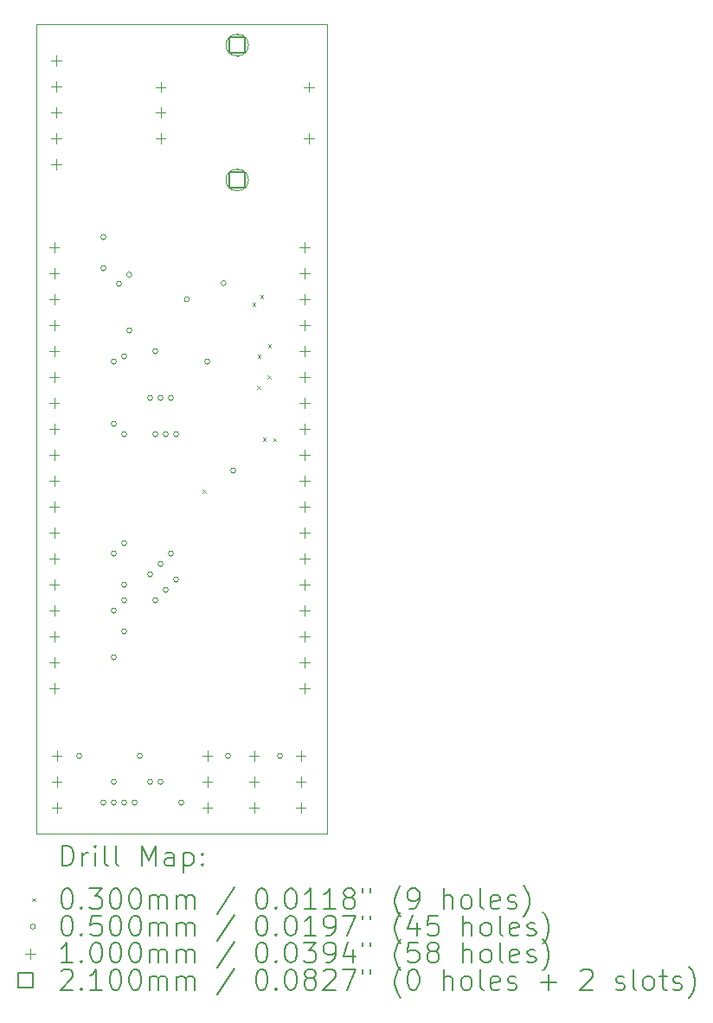
<source format=gbr>
%TF.GenerationSoftware,KiCad,Pcbnew,8.0.2*%
%TF.CreationDate,2024-09-16T20:19:00-04:00*%
%TF.ProjectId,servo_tester,73657276-6f5f-4746-9573-7465722e6b69,rev?*%
%TF.SameCoordinates,Original*%
%TF.FileFunction,Drillmap*%
%TF.FilePolarity,Positive*%
%FSLAX45Y45*%
G04 Gerber Fmt 4.5, Leading zero omitted, Abs format (unit mm)*
G04 Created by KiCad (PCBNEW 8.0.2) date 2024-09-16 20:19:00*
%MOMM*%
%LPD*%
G01*
G04 APERTURE LIST*
%ADD10C,0.100000*%
%ADD11C,0.200000*%
%ADD12C,0.210000*%
G04 APERTURE END LIST*
D10*
X10058400Y-3759200D02*
X12903200Y-3759200D01*
X12903200Y-11684000D01*
X10058400Y-11684000D01*
X10058400Y-3759200D01*
D11*
D10*
X11689950Y-8316200D02*
X11719950Y-8346200D01*
X11719950Y-8316200D02*
X11689950Y-8346200D01*
X12174802Y-6485202D02*
X12204802Y-6515202D01*
X12204802Y-6485202D02*
X12174802Y-6515202D01*
X12225273Y-7297673D02*
X12255273Y-7327673D01*
X12255273Y-7297673D02*
X12225273Y-7327673D01*
X12227904Y-6995504D02*
X12257904Y-7025504D01*
X12257904Y-6995504D02*
X12227904Y-7025504D01*
X12251002Y-6409002D02*
X12281002Y-6439002D01*
X12281002Y-6409002D02*
X12251002Y-6439002D01*
X12278600Y-7808200D02*
X12308600Y-7838200D01*
X12308600Y-7808200D02*
X12278600Y-7838200D01*
X12326873Y-7196073D02*
X12356873Y-7226073D01*
X12356873Y-7196073D02*
X12326873Y-7226073D01*
X12329504Y-6893904D02*
X12359504Y-6923904D01*
X12359504Y-6893904D02*
X12329504Y-6923904D01*
X12380200Y-7809727D02*
X12410200Y-7839727D01*
X12410200Y-7809727D02*
X12380200Y-7839727D01*
X10507200Y-10922000D02*
G75*
G02*
X10457200Y-10922000I-25000J0D01*
G01*
X10457200Y-10922000D02*
G75*
G02*
X10507200Y-10922000I25000J0D01*
G01*
X10743800Y-5842000D02*
G75*
G02*
X10693800Y-5842000I-25000J0D01*
G01*
X10693800Y-5842000D02*
G75*
G02*
X10743800Y-5842000I25000J0D01*
G01*
X10743800Y-6146800D02*
G75*
G02*
X10693800Y-6146800I-25000J0D01*
G01*
X10693800Y-6146800D02*
G75*
G02*
X10743800Y-6146800I25000J0D01*
G01*
X10743800Y-11379200D02*
G75*
G02*
X10693800Y-11379200I-25000J0D01*
G01*
X10693800Y-11379200D02*
G75*
G02*
X10743800Y-11379200I25000J0D01*
G01*
X10845400Y-7061200D02*
G75*
G02*
X10795400Y-7061200I-25000J0D01*
G01*
X10795400Y-7061200D02*
G75*
G02*
X10845400Y-7061200I25000J0D01*
G01*
X10845400Y-7670800D02*
G75*
G02*
X10795400Y-7670800I-25000J0D01*
G01*
X10795400Y-7670800D02*
G75*
G02*
X10845400Y-7670800I25000J0D01*
G01*
X10845400Y-8940800D02*
G75*
G02*
X10795400Y-8940800I-25000J0D01*
G01*
X10795400Y-8940800D02*
G75*
G02*
X10845400Y-8940800I25000J0D01*
G01*
X10845400Y-9499600D02*
G75*
G02*
X10795400Y-9499600I-25000J0D01*
G01*
X10795400Y-9499600D02*
G75*
G02*
X10845400Y-9499600I25000J0D01*
G01*
X10845400Y-9956800D02*
G75*
G02*
X10795400Y-9956800I-25000J0D01*
G01*
X10795400Y-9956800D02*
G75*
G02*
X10845400Y-9956800I25000J0D01*
G01*
X10845400Y-11176000D02*
G75*
G02*
X10795400Y-11176000I-25000J0D01*
G01*
X10795400Y-11176000D02*
G75*
G02*
X10845400Y-11176000I25000J0D01*
G01*
X10845400Y-11379200D02*
G75*
G02*
X10795400Y-11379200I-25000J0D01*
G01*
X10795400Y-11379200D02*
G75*
G02*
X10845400Y-11379200I25000J0D01*
G01*
X10896200Y-6299200D02*
G75*
G02*
X10846200Y-6299200I-25000J0D01*
G01*
X10846200Y-6299200D02*
G75*
G02*
X10896200Y-6299200I25000J0D01*
G01*
X10947000Y-7010400D02*
G75*
G02*
X10897000Y-7010400I-25000J0D01*
G01*
X10897000Y-7010400D02*
G75*
G02*
X10947000Y-7010400I25000J0D01*
G01*
X10947000Y-7772400D02*
G75*
G02*
X10897000Y-7772400I-25000J0D01*
G01*
X10897000Y-7772400D02*
G75*
G02*
X10947000Y-7772400I25000J0D01*
G01*
X10947000Y-8839200D02*
G75*
G02*
X10897000Y-8839200I-25000J0D01*
G01*
X10897000Y-8839200D02*
G75*
G02*
X10947000Y-8839200I25000J0D01*
G01*
X10947000Y-9245600D02*
G75*
G02*
X10897000Y-9245600I-25000J0D01*
G01*
X10897000Y-9245600D02*
G75*
G02*
X10947000Y-9245600I25000J0D01*
G01*
X10947000Y-9398000D02*
G75*
G02*
X10897000Y-9398000I-25000J0D01*
G01*
X10897000Y-9398000D02*
G75*
G02*
X10947000Y-9398000I25000J0D01*
G01*
X10947000Y-9702800D02*
G75*
G02*
X10897000Y-9702800I-25000J0D01*
G01*
X10897000Y-9702800D02*
G75*
G02*
X10947000Y-9702800I25000J0D01*
G01*
X10947000Y-11379200D02*
G75*
G02*
X10897000Y-11379200I-25000J0D01*
G01*
X10897000Y-11379200D02*
G75*
G02*
X10947000Y-11379200I25000J0D01*
G01*
X10995715Y-6210035D02*
G75*
G02*
X10945715Y-6210035I-25000J0D01*
G01*
X10945715Y-6210035D02*
G75*
G02*
X10995715Y-6210035I25000J0D01*
G01*
X10997800Y-6756400D02*
G75*
G02*
X10947800Y-6756400I-25000J0D01*
G01*
X10947800Y-6756400D02*
G75*
G02*
X10997800Y-6756400I25000J0D01*
G01*
X11048600Y-11379200D02*
G75*
G02*
X10998600Y-11379200I-25000J0D01*
G01*
X10998600Y-11379200D02*
G75*
G02*
X11048600Y-11379200I25000J0D01*
G01*
X11099400Y-10922000D02*
G75*
G02*
X11049400Y-10922000I-25000J0D01*
G01*
X11049400Y-10922000D02*
G75*
G02*
X11099400Y-10922000I25000J0D01*
G01*
X11201000Y-7416800D02*
G75*
G02*
X11151000Y-7416800I-25000J0D01*
G01*
X11151000Y-7416800D02*
G75*
G02*
X11201000Y-7416800I25000J0D01*
G01*
X11201000Y-9144000D02*
G75*
G02*
X11151000Y-9144000I-25000J0D01*
G01*
X11151000Y-9144000D02*
G75*
G02*
X11201000Y-9144000I25000J0D01*
G01*
X11201000Y-11176000D02*
G75*
G02*
X11151000Y-11176000I-25000J0D01*
G01*
X11151000Y-11176000D02*
G75*
G02*
X11201000Y-11176000I25000J0D01*
G01*
X11251800Y-6959600D02*
G75*
G02*
X11201800Y-6959600I-25000J0D01*
G01*
X11201800Y-6959600D02*
G75*
G02*
X11251800Y-6959600I25000J0D01*
G01*
X11251800Y-7772400D02*
G75*
G02*
X11201800Y-7772400I-25000J0D01*
G01*
X11201800Y-7772400D02*
G75*
G02*
X11251800Y-7772400I25000J0D01*
G01*
X11251800Y-9398000D02*
G75*
G02*
X11201800Y-9398000I-25000J0D01*
G01*
X11201800Y-9398000D02*
G75*
G02*
X11251800Y-9398000I25000J0D01*
G01*
X11302600Y-7416800D02*
G75*
G02*
X11252600Y-7416800I-25000J0D01*
G01*
X11252600Y-7416800D02*
G75*
G02*
X11302600Y-7416800I25000J0D01*
G01*
X11302600Y-9042400D02*
G75*
G02*
X11252600Y-9042400I-25000J0D01*
G01*
X11252600Y-9042400D02*
G75*
G02*
X11302600Y-9042400I25000J0D01*
G01*
X11302600Y-11176000D02*
G75*
G02*
X11252600Y-11176000I-25000J0D01*
G01*
X11252600Y-11176000D02*
G75*
G02*
X11302600Y-11176000I25000J0D01*
G01*
X11353400Y-7772400D02*
G75*
G02*
X11303400Y-7772400I-25000J0D01*
G01*
X11303400Y-7772400D02*
G75*
G02*
X11353400Y-7772400I25000J0D01*
G01*
X11353400Y-9296400D02*
G75*
G02*
X11303400Y-9296400I-25000J0D01*
G01*
X11303400Y-9296400D02*
G75*
G02*
X11353400Y-9296400I25000J0D01*
G01*
X11404200Y-7416800D02*
G75*
G02*
X11354200Y-7416800I-25000J0D01*
G01*
X11354200Y-7416800D02*
G75*
G02*
X11404200Y-7416800I25000J0D01*
G01*
X11404200Y-8940800D02*
G75*
G02*
X11354200Y-8940800I-25000J0D01*
G01*
X11354200Y-8940800D02*
G75*
G02*
X11404200Y-8940800I25000J0D01*
G01*
X11455000Y-7772400D02*
G75*
G02*
X11405000Y-7772400I-25000J0D01*
G01*
X11405000Y-7772400D02*
G75*
G02*
X11455000Y-7772400I25000J0D01*
G01*
X11455000Y-9194800D02*
G75*
G02*
X11405000Y-9194800I-25000J0D01*
G01*
X11405000Y-9194800D02*
G75*
G02*
X11455000Y-9194800I25000J0D01*
G01*
X11505800Y-11379200D02*
G75*
G02*
X11455800Y-11379200I-25000J0D01*
G01*
X11455800Y-11379200D02*
G75*
G02*
X11505800Y-11379200I25000J0D01*
G01*
X11559150Y-6451600D02*
G75*
G02*
X11509150Y-6451600I-25000J0D01*
G01*
X11509150Y-6451600D02*
G75*
G02*
X11559150Y-6451600I25000J0D01*
G01*
X11759800Y-7061200D02*
G75*
G02*
X11709800Y-7061200I-25000J0D01*
G01*
X11709800Y-7061200D02*
G75*
G02*
X11759800Y-7061200I25000J0D01*
G01*
X11917569Y-6293831D02*
G75*
G02*
X11867569Y-6293831I-25000J0D01*
G01*
X11867569Y-6293831D02*
G75*
G02*
X11917569Y-6293831I25000J0D01*
G01*
X11963000Y-10922000D02*
G75*
G02*
X11913000Y-10922000I-25000J0D01*
G01*
X11913000Y-10922000D02*
G75*
G02*
X11963000Y-10922000I25000J0D01*
G01*
X12013800Y-8128000D02*
G75*
G02*
X11963800Y-8128000I-25000J0D01*
G01*
X11963800Y-8128000D02*
G75*
G02*
X12013800Y-8128000I25000J0D01*
G01*
X12471000Y-10922000D02*
G75*
G02*
X12421000Y-10922000I-25000J0D01*
G01*
X12421000Y-10922000D02*
G75*
G02*
X12471000Y-10922000I25000J0D01*
G01*
X10236200Y-5893600D02*
X10236200Y-5993600D01*
X10186200Y-5943600D02*
X10286200Y-5943600D01*
X10236200Y-6147600D02*
X10236200Y-6247600D01*
X10186200Y-6197600D02*
X10286200Y-6197600D01*
X10236200Y-6401600D02*
X10236200Y-6501600D01*
X10186200Y-6451600D02*
X10286200Y-6451600D01*
X10236200Y-6655600D02*
X10236200Y-6755600D01*
X10186200Y-6705600D02*
X10286200Y-6705600D01*
X10236200Y-6909600D02*
X10236200Y-7009600D01*
X10186200Y-6959600D02*
X10286200Y-6959600D01*
X10236200Y-7163600D02*
X10236200Y-7263600D01*
X10186200Y-7213600D02*
X10286200Y-7213600D01*
X10236200Y-7417600D02*
X10236200Y-7517600D01*
X10186200Y-7467600D02*
X10286200Y-7467600D01*
X10236200Y-7671600D02*
X10236200Y-7771600D01*
X10186200Y-7721600D02*
X10286200Y-7721600D01*
X10236200Y-7925600D02*
X10236200Y-8025600D01*
X10186200Y-7975600D02*
X10286200Y-7975600D01*
X10236200Y-8179600D02*
X10236200Y-8279600D01*
X10186200Y-8229600D02*
X10286200Y-8229600D01*
X10236200Y-8433600D02*
X10236200Y-8533600D01*
X10186200Y-8483600D02*
X10286200Y-8483600D01*
X10236200Y-8687600D02*
X10236200Y-8787600D01*
X10186200Y-8737600D02*
X10286200Y-8737600D01*
X10236200Y-8941600D02*
X10236200Y-9041600D01*
X10186200Y-8991600D02*
X10286200Y-8991600D01*
X10236200Y-9195600D02*
X10236200Y-9295600D01*
X10186200Y-9245600D02*
X10286200Y-9245600D01*
X10236200Y-9449600D02*
X10236200Y-9549600D01*
X10186200Y-9499600D02*
X10286200Y-9499600D01*
X10236200Y-9703600D02*
X10236200Y-9803600D01*
X10186200Y-9753600D02*
X10286200Y-9753600D01*
X10236200Y-9957600D02*
X10236200Y-10057600D01*
X10186200Y-10007600D02*
X10286200Y-10007600D01*
X10236200Y-10211600D02*
X10236200Y-10311600D01*
X10186200Y-10261600D02*
X10286200Y-10261600D01*
X10259100Y-4061800D02*
X10259100Y-4161800D01*
X10209100Y-4111800D02*
X10309100Y-4111800D01*
X10259100Y-4315800D02*
X10259100Y-4415800D01*
X10209100Y-4365800D02*
X10309100Y-4365800D01*
X10259100Y-4569800D02*
X10259100Y-4669800D01*
X10209100Y-4619800D02*
X10309100Y-4619800D01*
X10259100Y-4823800D02*
X10259100Y-4923800D01*
X10209100Y-4873800D02*
X10309100Y-4873800D01*
X10259100Y-5077800D02*
X10259100Y-5177800D01*
X10209100Y-5127800D02*
X10309100Y-5127800D01*
X10261600Y-10872000D02*
X10261600Y-10972000D01*
X10211600Y-10922000D02*
X10311600Y-10922000D01*
X10261600Y-11126000D02*
X10261600Y-11226000D01*
X10211600Y-11176000D02*
X10311600Y-11176000D01*
X10261600Y-11380000D02*
X10261600Y-11480000D01*
X10211600Y-11430000D02*
X10311600Y-11430000D01*
X11277600Y-4322800D02*
X11277600Y-4422800D01*
X11227600Y-4372800D02*
X11327600Y-4372800D01*
X11277600Y-4572800D02*
X11277600Y-4672800D01*
X11227600Y-4622800D02*
X11327600Y-4622800D01*
X11277600Y-4822800D02*
X11277600Y-4922800D01*
X11227600Y-4872800D02*
X11327600Y-4872800D01*
X11734800Y-10872000D02*
X11734800Y-10972000D01*
X11684800Y-10922000D02*
X11784800Y-10922000D01*
X11734800Y-11126000D02*
X11734800Y-11226000D01*
X11684800Y-11176000D02*
X11784800Y-11176000D01*
X11734800Y-11380000D02*
X11734800Y-11480000D01*
X11684800Y-11430000D02*
X11784800Y-11430000D01*
X12192000Y-10872000D02*
X12192000Y-10972000D01*
X12142000Y-10922000D02*
X12242000Y-10922000D01*
X12192000Y-11126000D02*
X12192000Y-11226000D01*
X12142000Y-11176000D02*
X12242000Y-11176000D01*
X12192000Y-11380000D02*
X12192000Y-11480000D01*
X12142000Y-11430000D02*
X12242000Y-11430000D01*
X12649200Y-10872000D02*
X12649200Y-10972000D01*
X12599200Y-10922000D02*
X12699200Y-10922000D01*
X12649200Y-11126000D02*
X12649200Y-11226000D01*
X12599200Y-11176000D02*
X12699200Y-11176000D01*
X12649200Y-11380000D02*
X12649200Y-11480000D01*
X12599200Y-11430000D02*
X12699200Y-11430000D01*
X12686200Y-5892600D02*
X12686200Y-5992600D01*
X12636200Y-5942600D02*
X12736200Y-5942600D01*
X12686200Y-6146600D02*
X12686200Y-6246600D01*
X12636200Y-6196600D02*
X12736200Y-6196600D01*
X12686200Y-6400600D02*
X12686200Y-6500600D01*
X12636200Y-6450600D02*
X12736200Y-6450600D01*
X12686200Y-6654600D02*
X12686200Y-6754600D01*
X12636200Y-6704600D02*
X12736200Y-6704600D01*
X12686200Y-6908600D02*
X12686200Y-7008600D01*
X12636200Y-6958600D02*
X12736200Y-6958600D01*
X12686200Y-7162600D02*
X12686200Y-7262600D01*
X12636200Y-7212600D02*
X12736200Y-7212600D01*
X12686200Y-7416600D02*
X12686200Y-7516600D01*
X12636200Y-7466600D02*
X12736200Y-7466600D01*
X12686200Y-7670600D02*
X12686200Y-7770600D01*
X12636200Y-7720600D02*
X12736200Y-7720600D01*
X12686200Y-7924600D02*
X12686200Y-8024600D01*
X12636200Y-7974600D02*
X12736200Y-7974600D01*
X12686200Y-8178600D02*
X12686200Y-8278600D01*
X12636200Y-8228600D02*
X12736200Y-8228600D01*
X12686200Y-8432600D02*
X12686200Y-8532600D01*
X12636200Y-8482600D02*
X12736200Y-8482600D01*
X12686200Y-8686600D02*
X12686200Y-8786600D01*
X12636200Y-8736600D02*
X12736200Y-8736600D01*
X12686200Y-8940600D02*
X12686200Y-9040600D01*
X12636200Y-8990600D02*
X12736200Y-8990600D01*
X12686200Y-9194600D02*
X12686200Y-9294600D01*
X12636200Y-9244600D02*
X12736200Y-9244600D01*
X12686200Y-9448600D02*
X12686200Y-9548600D01*
X12636200Y-9498600D02*
X12736200Y-9498600D01*
X12686200Y-9702600D02*
X12686200Y-9802600D01*
X12636200Y-9752600D02*
X12736200Y-9752600D01*
X12686200Y-9956600D02*
X12686200Y-10056600D01*
X12636200Y-10006600D02*
X12736200Y-10006600D01*
X12686200Y-10210600D02*
X12686200Y-10310600D01*
X12636200Y-10260600D02*
X12736200Y-10260600D01*
X12727600Y-4322800D02*
X12727600Y-4422800D01*
X12677600Y-4372800D02*
X12777600Y-4372800D01*
X12727600Y-4822800D02*
X12727600Y-4922800D01*
X12677600Y-4872800D02*
X12777600Y-4872800D01*
D12*
X12101847Y-4037047D02*
X12101847Y-3888553D01*
X11953353Y-3888553D01*
X11953353Y-4037047D01*
X12101847Y-4037047D01*
D10*
X12032600Y-3857800D02*
X12022600Y-3857800D01*
X12022600Y-4067800D02*
G75*
G02*
X12022600Y-3857800I0J105000D01*
G01*
X12022600Y-4067800D02*
X12032600Y-4067800D01*
X12032600Y-4067800D02*
G75*
G03*
X12032600Y-3857800I0J105000D01*
G01*
D12*
X12101847Y-5357047D02*
X12101847Y-5208553D01*
X11953353Y-5208553D01*
X11953353Y-5357047D01*
X12101847Y-5357047D01*
D10*
X12032600Y-5177800D02*
X12022600Y-5177800D01*
X12022600Y-5387800D02*
G75*
G02*
X12022600Y-5177800I0J105000D01*
G01*
X12022600Y-5387800D02*
X12032600Y-5387800D01*
X12032600Y-5387800D02*
G75*
G03*
X12032600Y-5177800I0J105000D01*
G01*
D11*
X10314177Y-12000484D02*
X10314177Y-11800484D01*
X10314177Y-11800484D02*
X10361796Y-11800484D01*
X10361796Y-11800484D02*
X10390367Y-11810008D01*
X10390367Y-11810008D02*
X10409415Y-11829055D01*
X10409415Y-11829055D02*
X10418939Y-11848103D01*
X10418939Y-11848103D02*
X10428463Y-11886198D01*
X10428463Y-11886198D02*
X10428463Y-11914769D01*
X10428463Y-11914769D02*
X10418939Y-11952865D01*
X10418939Y-11952865D02*
X10409415Y-11971912D01*
X10409415Y-11971912D02*
X10390367Y-11990960D01*
X10390367Y-11990960D02*
X10361796Y-12000484D01*
X10361796Y-12000484D02*
X10314177Y-12000484D01*
X10514177Y-12000484D02*
X10514177Y-11867150D01*
X10514177Y-11905246D02*
X10523701Y-11886198D01*
X10523701Y-11886198D02*
X10533224Y-11876674D01*
X10533224Y-11876674D02*
X10552272Y-11867150D01*
X10552272Y-11867150D02*
X10571320Y-11867150D01*
X10637986Y-12000484D02*
X10637986Y-11867150D01*
X10637986Y-11800484D02*
X10628463Y-11810008D01*
X10628463Y-11810008D02*
X10637986Y-11819531D01*
X10637986Y-11819531D02*
X10647510Y-11810008D01*
X10647510Y-11810008D02*
X10637986Y-11800484D01*
X10637986Y-11800484D02*
X10637986Y-11819531D01*
X10761796Y-12000484D02*
X10742748Y-11990960D01*
X10742748Y-11990960D02*
X10733224Y-11971912D01*
X10733224Y-11971912D02*
X10733224Y-11800484D01*
X10866558Y-12000484D02*
X10847510Y-11990960D01*
X10847510Y-11990960D02*
X10837986Y-11971912D01*
X10837986Y-11971912D02*
X10837986Y-11800484D01*
X11095129Y-12000484D02*
X11095129Y-11800484D01*
X11095129Y-11800484D02*
X11161796Y-11943341D01*
X11161796Y-11943341D02*
X11228462Y-11800484D01*
X11228462Y-11800484D02*
X11228462Y-12000484D01*
X11409415Y-12000484D02*
X11409415Y-11895722D01*
X11409415Y-11895722D02*
X11399891Y-11876674D01*
X11399891Y-11876674D02*
X11380843Y-11867150D01*
X11380843Y-11867150D02*
X11342748Y-11867150D01*
X11342748Y-11867150D02*
X11323701Y-11876674D01*
X11409415Y-11990960D02*
X11390367Y-12000484D01*
X11390367Y-12000484D02*
X11342748Y-12000484D01*
X11342748Y-12000484D02*
X11323701Y-11990960D01*
X11323701Y-11990960D02*
X11314177Y-11971912D01*
X11314177Y-11971912D02*
X11314177Y-11952865D01*
X11314177Y-11952865D02*
X11323701Y-11933817D01*
X11323701Y-11933817D02*
X11342748Y-11924293D01*
X11342748Y-11924293D02*
X11390367Y-11924293D01*
X11390367Y-11924293D02*
X11409415Y-11914769D01*
X11504653Y-11867150D02*
X11504653Y-12067150D01*
X11504653Y-11876674D02*
X11523701Y-11867150D01*
X11523701Y-11867150D02*
X11561796Y-11867150D01*
X11561796Y-11867150D02*
X11580843Y-11876674D01*
X11580843Y-11876674D02*
X11590367Y-11886198D01*
X11590367Y-11886198D02*
X11599891Y-11905246D01*
X11599891Y-11905246D02*
X11599891Y-11962388D01*
X11599891Y-11962388D02*
X11590367Y-11981436D01*
X11590367Y-11981436D02*
X11580843Y-11990960D01*
X11580843Y-11990960D02*
X11561796Y-12000484D01*
X11561796Y-12000484D02*
X11523701Y-12000484D01*
X11523701Y-12000484D02*
X11504653Y-11990960D01*
X11685605Y-11981436D02*
X11695129Y-11990960D01*
X11695129Y-11990960D02*
X11685605Y-12000484D01*
X11685605Y-12000484D02*
X11676082Y-11990960D01*
X11676082Y-11990960D02*
X11685605Y-11981436D01*
X11685605Y-11981436D02*
X11685605Y-12000484D01*
X11685605Y-11876674D02*
X11695129Y-11886198D01*
X11695129Y-11886198D02*
X11685605Y-11895722D01*
X11685605Y-11895722D02*
X11676082Y-11886198D01*
X11676082Y-11886198D02*
X11685605Y-11876674D01*
X11685605Y-11876674D02*
X11685605Y-11895722D01*
D10*
X10023400Y-12314000D02*
X10053400Y-12344000D01*
X10053400Y-12314000D02*
X10023400Y-12344000D01*
D11*
X10352272Y-12220484D02*
X10371320Y-12220484D01*
X10371320Y-12220484D02*
X10390367Y-12230008D01*
X10390367Y-12230008D02*
X10399891Y-12239531D01*
X10399891Y-12239531D02*
X10409415Y-12258579D01*
X10409415Y-12258579D02*
X10418939Y-12296674D01*
X10418939Y-12296674D02*
X10418939Y-12344293D01*
X10418939Y-12344293D02*
X10409415Y-12382388D01*
X10409415Y-12382388D02*
X10399891Y-12401436D01*
X10399891Y-12401436D02*
X10390367Y-12410960D01*
X10390367Y-12410960D02*
X10371320Y-12420484D01*
X10371320Y-12420484D02*
X10352272Y-12420484D01*
X10352272Y-12420484D02*
X10333224Y-12410960D01*
X10333224Y-12410960D02*
X10323701Y-12401436D01*
X10323701Y-12401436D02*
X10314177Y-12382388D01*
X10314177Y-12382388D02*
X10304653Y-12344293D01*
X10304653Y-12344293D02*
X10304653Y-12296674D01*
X10304653Y-12296674D02*
X10314177Y-12258579D01*
X10314177Y-12258579D02*
X10323701Y-12239531D01*
X10323701Y-12239531D02*
X10333224Y-12230008D01*
X10333224Y-12230008D02*
X10352272Y-12220484D01*
X10504653Y-12401436D02*
X10514177Y-12410960D01*
X10514177Y-12410960D02*
X10504653Y-12420484D01*
X10504653Y-12420484D02*
X10495129Y-12410960D01*
X10495129Y-12410960D02*
X10504653Y-12401436D01*
X10504653Y-12401436D02*
X10504653Y-12420484D01*
X10580844Y-12220484D02*
X10704653Y-12220484D01*
X10704653Y-12220484D02*
X10637986Y-12296674D01*
X10637986Y-12296674D02*
X10666558Y-12296674D01*
X10666558Y-12296674D02*
X10685605Y-12306198D01*
X10685605Y-12306198D02*
X10695129Y-12315722D01*
X10695129Y-12315722D02*
X10704653Y-12334769D01*
X10704653Y-12334769D02*
X10704653Y-12382388D01*
X10704653Y-12382388D02*
X10695129Y-12401436D01*
X10695129Y-12401436D02*
X10685605Y-12410960D01*
X10685605Y-12410960D02*
X10666558Y-12420484D01*
X10666558Y-12420484D02*
X10609415Y-12420484D01*
X10609415Y-12420484D02*
X10590367Y-12410960D01*
X10590367Y-12410960D02*
X10580844Y-12401436D01*
X10828463Y-12220484D02*
X10847510Y-12220484D01*
X10847510Y-12220484D02*
X10866558Y-12230008D01*
X10866558Y-12230008D02*
X10876082Y-12239531D01*
X10876082Y-12239531D02*
X10885605Y-12258579D01*
X10885605Y-12258579D02*
X10895129Y-12296674D01*
X10895129Y-12296674D02*
X10895129Y-12344293D01*
X10895129Y-12344293D02*
X10885605Y-12382388D01*
X10885605Y-12382388D02*
X10876082Y-12401436D01*
X10876082Y-12401436D02*
X10866558Y-12410960D01*
X10866558Y-12410960D02*
X10847510Y-12420484D01*
X10847510Y-12420484D02*
X10828463Y-12420484D01*
X10828463Y-12420484D02*
X10809415Y-12410960D01*
X10809415Y-12410960D02*
X10799891Y-12401436D01*
X10799891Y-12401436D02*
X10790367Y-12382388D01*
X10790367Y-12382388D02*
X10780844Y-12344293D01*
X10780844Y-12344293D02*
X10780844Y-12296674D01*
X10780844Y-12296674D02*
X10790367Y-12258579D01*
X10790367Y-12258579D02*
X10799891Y-12239531D01*
X10799891Y-12239531D02*
X10809415Y-12230008D01*
X10809415Y-12230008D02*
X10828463Y-12220484D01*
X11018939Y-12220484D02*
X11037986Y-12220484D01*
X11037986Y-12220484D02*
X11057034Y-12230008D01*
X11057034Y-12230008D02*
X11066558Y-12239531D01*
X11066558Y-12239531D02*
X11076082Y-12258579D01*
X11076082Y-12258579D02*
X11085605Y-12296674D01*
X11085605Y-12296674D02*
X11085605Y-12344293D01*
X11085605Y-12344293D02*
X11076082Y-12382388D01*
X11076082Y-12382388D02*
X11066558Y-12401436D01*
X11066558Y-12401436D02*
X11057034Y-12410960D01*
X11057034Y-12410960D02*
X11037986Y-12420484D01*
X11037986Y-12420484D02*
X11018939Y-12420484D01*
X11018939Y-12420484D02*
X10999891Y-12410960D01*
X10999891Y-12410960D02*
X10990367Y-12401436D01*
X10990367Y-12401436D02*
X10980844Y-12382388D01*
X10980844Y-12382388D02*
X10971320Y-12344293D01*
X10971320Y-12344293D02*
X10971320Y-12296674D01*
X10971320Y-12296674D02*
X10980844Y-12258579D01*
X10980844Y-12258579D02*
X10990367Y-12239531D01*
X10990367Y-12239531D02*
X10999891Y-12230008D01*
X10999891Y-12230008D02*
X11018939Y-12220484D01*
X11171320Y-12420484D02*
X11171320Y-12287150D01*
X11171320Y-12306198D02*
X11180844Y-12296674D01*
X11180844Y-12296674D02*
X11199891Y-12287150D01*
X11199891Y-12287150D02*
X11228463Y-12287150D01*
X11228463Y-12287150D02*
X11247510Y-12296674D01*
X11247510Y-12296674D02*
X11257034Y-12315722D01*
X11257034Y-12315722D02*
X11257034Y-12420484D01*
X11257034Y-12315722D02*
X11266558Y-12296674D01*
X11266558Y-12296674D02*
X11285605Y-12287150D01*
X11285605Y-12287150D02*
X11314177Y-12287150D01*
X11314177Y-12287150D02*
X11333224Y-12296674D01*
X11333224Y-12296674D02*
X11342748Y-12315722D01*
X11342748Y-12315722D02*
X11342748Y-12420484D01*
X11437986Y-12420484D02*
X11437986Y-12287150D01*
X11437986Y-12306198D02*
X11447510Y-12296674D01*
X11447510Y-12296674D02*
X11466558Y-12287150D01*
X11466558Y-12287150D02*
X11495129Y-12287150D01*
X11495129Y-12287150D02*
X11514177Y-12296674D01*
X11514177Y-12296674D02*
X11523701Y-12315722D01*
X11523701Y-12315722D02*
X11523701Y-12420484D01*
X11523701Y-12315722D02*
X11533224Y-12296674D01*
X11533224Y-12296674D02*
X11552272Y-12287150D01*
X11552272Y-12287150D02*
X11580843Y-12287150D01*
X11580843Y-12287150D02*
X11599891Y-12296674D01*
X11599891Y-12296674D02*
X11609415Y-12315722D01*
X11609415Y-12315722D02*
X11609415Y-12420484D01*
X11999891Y-12210960D02*
X11828463Y-12468103D01*
X12257034Y-12220484D02*
X12276082Y-12220484D01*
X12276082Y-12220484D02*
X12295129Y-12230008D01*
X12295129Y-12230008D02*
X12304653Y-12239531D01*
X12304653Y-12239531D02*
X12314177Y-12258579D01*
X12314177Y-12258579D02*
X12323701Y-12296674D01*
X12323701Y-12296674D02*
X12323701Y-12344293D01*
X12323701Y-12344293D02*
X12314177Y-12382388D01*
X12314177Y-12382388D02*
X12304653Y-12401436D01*
X12304653Y-12401436D02*
X12295129Y-12410960D01*
X12295129Y-12410960D02*
X12276082Y-12420484D01*
X12276082Y-12420484D02*
X12257034Y-12420484D01*
X12257034Y-12420484D02*
X12237986Y-12410960D01*
X12237986Y-12410960D02*
X12228463Y-12401436D01*
X12228463Y-12401436D02*
X12218939Y-12382388D01*
X12218939Y-12382388D02*
X12209415Y-12344293D01*
X12209415Y-12344293D02*
X12209415Y-12296674D01*
X12209415Y-12296674D02*
X12218939Y-12258579D01*
X12218939Y-12258579D02*
X12228463Y-12239531D01*
X12228463Y-12239531D02*
X12237986Y-12230008D01*
X12237986Y-12230008D02*
X12257034Y-12220484D01*
X12409415Y-12401436D02*
X12418939Y-12410960D01*
X12418939Y-12410960D02*
X12409415Y-12420484D01*
X12409415Y-12420484D02*
X12399891Y-12410960D01*
X12399891Y-12410960D02*
X12409415Y-12401436D01*
X12409415Y-12401436D02*
X12409415Y-12420484D01*
X12542748Y-12220484D02*
X12561796Y-12220484D01*
X12561796Y-12220484D02*
X12580844Y-12230008D01*
X12580844Y-12230008D02*
X12590367Y-12239531D01*
X12590367Y-12239531D02*
X12599891Y-12258579D01*
X12599891Y-12258579D02*
X12609415Y-12296674D01*
X12609415Y-12296674D02*
X12609415Y-12344293D01*
X12609415Y-12344293D02*
X12599891Y-12382388D01*
X12599891Y-12382388D02*
X12590367Y-12401436D01*
X12590367Y-12401436D02*
X12580844Y-12410960D01*
X12580844Y-12410960D02*
X12561796Y-12420484D01*
X12561796Y-12420484D02*
X12542748Y-12420484D01*
X12542748Y-12420484D02*
X12523701Y-12410960D01*
X12523701Y-12410960D02*
X12514177Y-12401436D01*
X12514177Y-12401436D02*
X12504653Y-12382388D01*
X12504653Y-12382388D02*
X12495129Y-12344293D01*
X12495129Y-12344293D02*
X12495129Y-12296674D01*
X12495129Y-12296674D02*
X12504653Y-12258579D01*
X12504653Y-12258579D02*
X12514177Y-12239531D01*
X12514177Y-12239531D02*
X12523701Y-12230008D01*
X12523701Y-12230008D02*
X12542748Y-12220484D01*
X12799891Y-12420484D02*
X12685606Y-12420484D01*
X12742748Y-12420484D02*
X12742748Y-12220484D01*
X12742748Y-12220484D02*
X12723701Y-12249055D01*
X12723701Y-12249055D02*
X12704653Y-12268103D01*
X12704653Y-12268103D02*
X12685606Y-12277627D01*
X12990367Y-12420484D02*
X12876082Y-12420484D01*
X12933225Y-12420484D02*
X12933225Y-12220484D01*
X12933225Y-12220484D02*
X12914177Y-12249055D01*
X12914177Y-12249055D02*
X12895129Y-12268103D01*
X12895129Y-12268103D02*
X12876082Y-12277627D01*
X13104653Y-12306198D02*
X13085606Y-12296674D01*
X13085606Y-12296674D02*
X13076082Y-12287150D01*
X13076082Y-12287150D02*
X13066558Y-12268103D01*
X13066558Y-12268103D02*
X13066558Y-12258579D01*
X13066558Y-12258579D02*
X13076082Y-12239531D01*
X13076082Y-12239531D02*
X13085606Y-12230008D01*
X13085606Y-12230008D02*
X13104653Y-12220484D01*
X13104653Y-12220484D02*
X13142748Y-12220484D01*
X13142748Y-12220484D02*
X13161796Y-12230008D01*
X13161796Y-12230008D02*
X13171320Y-12239531D01*
X13171320Y-12239531D02*
X13180844Y-12258579D01*
X13180844Y-12258579D02*
X13180844Y-12268103D01*
X13180844Y-12268103D02*
X13171320Y-12287150D01*
X13171320Y-12287150D02*
X13161796Y-12296674D01*
X13161796Y-12296674D02*
X13142748Y-12306198D01*
X13142748Y-12306198D02*
X13104653Y-12306198D01*
X13104653Y-12306198D02*
X13085606Y-12315722D01*
X13085606Y-12315722D02*
X13076082Y-12325246D01*
X13076082Y-12325246D02*
X13066558Y-12344293D01*
X13066558Y-12344293D02*
X13066558Y-12382388D01*
X13066558Y-12382388D02*
X13076082Y-12401436D01*
X13076082Y-12401436D02*
X13085606Y-12410960D01*
X13085606Y-12410960D02*
X13104653Y-12420484D01*
X13104653Y-12420484D02*
X13142748Y-12420484D01*
X13142748Y-12420484D02*
X13161796Y-12410960D01*
X13161796Y-12410960D02*
X13171320Y-12401436D01*
X13171320Y-12401436D02*
X13180844Y-12382388D01*
X13180844Y-12382388D02*
X13180844Y-12344293D01*
X13180844Y-12344293D02*
X13171320Y-12325246D01*
X13171320Y-12325246D02*
X13161796Y-12315722D01*
X13161796Y-12315722D02*
X13142748Y-12306198D01*
X13257034Y-12220484D02*
X13257034Y-12258579D01*
X13333225Y-12220484D02*
X13333225Y-12258579D01*
X13628463Y-12496674D02*
X13618939Y-12487150D01*
X13618939Y-12487150D02*
X13599891Y-12458579D01*
X13599891Y-12458579D02*
X13590368Y-12439531D01*
X13590368Y-12439531D02*
X13580844Y-12410960D01*
X13580844Y-12410960D02*
X13571320Y-12363341D01*
X13571320Y-12363341D02*
X13571320Y-12325246D01*
X13571320Y-12325246D02*
X13580844Y-12277627D01*
X13580844Y-12277627D02*
X13590368Y-12249055D01*
X13590368Y-12249055D02*
X13599891Y-12230008D01*
X13599891Y-12230008D02*
X13618939Y-12201436D01*
X13618939Y-12201436D02*
X13628463Y-12191912D01*
X13714177Y-12420484D02*
X13752272Y-12420484D01*
X13752272Y-12420484D02*
X13771320Y-12410960D01*
X13771320Y-12410960D02*
X13780844Y-12401436D01*
X13780844Y-12401436D02*
X13799891Y-12372865D01*
X13799891Y-12372865D02*
X13809415Y-12334769D01*
X13809415Y-12334769D02*
X13809415Y-12258579D01*
X13809415Y-12258579D02*
X13799891Y-12239531D01*
X13799891Y-12239531D02*
X13790368Y-12230008D01*
X13790368Y-12230008D02*
X13771320Y-12220484D01*
X13771320Y-12220484D02*
X13733225Y-12220484D01*
X13733225Y-12220484D02*
X13714177Y-12230008D01*
X13714177Y-12230008D02*
X13704653Y-12239531D01*
X13704653Y-12239531D02*
X13695129Y-12258579D01*
X13695129Y-12258579D02*
X13695129Y-12306198D01*
X13695129Y-12306198D02*
X13704653Y-12325246D01*
X13704653Y-12325246D02*
X13714177Y-12334769D01*
X13714177Y-12334769D02*
X13733225Y-12344293D01*
X13733225Y-12344293D02*
X13771320Y-12344293D01*
X13771320Y-12344293D02*
X13790368Y-12334769D01*
X13790368Y-12334769D02*
X13799891Y-12325246D01*
X13799891Y-12325246D02*
X13809415Y-12306198D01*
X14047510Y-12420484D02*
X14047510Y-12220484D01*
X14133225Y-12420484D02*
X14133225Y-12315722D01*
X14133225Y-12315722D02*
X14123701Y-12296674D01*
X14123701Y-12296674D02*
X14104653Y-12287150D01*
X14104653Y-12287150D02*
X14076082Y-12287150D01*
X14076082Y-12287150D02*
X14057034Y-12296674D01*
X14057034Y-12296674D02*
X14047510Y-12306198D01*
X14257034Y-12420484D02*
X14237987Y-12410960D01*
X14237987Y-12410960D02*
X14228463Y-12401436D01*
X14228463Y-12401436D02*
X14218939Y-12382388D01*
X14218939Y-12382388D02*
X14218939Y-12325246D01*
X14218939Y-12325246D02*
X14228463Y-12306198D01*
X14228463Y-12306198D02*
X14237987Y-12296674D01*
X14237987Y-12296674D02*
X14257034Y-12287150D01*
X14257034Y-12287150D02*
X14285606Y-12287150D01*
X14285606Y-12287150D02*
X14304653Y-12296674D01*
X14304653Y-12296674D02*
X14314177Y-12306198D01*
X14314177Y-12306198D02*
X14323701Y-12325246D01*
X14323701Y-12325246D02*
X14323701Y-12382388D01*
X14323701Y-12382388D02*
X14314177Y-12401436D01*
X14314177Y-12401436D02*
X14304653Y-12410960D01*
X14304653Y-12410960D02*
X14285606Y-12420484D01*
X14285606Y-12420484D02*
X14257034Y-12420484D01*
X14437987Y-12420484D02*
X14418939Y-12410960D01*
X14418939Y-12410960D02*
X14409415Y-12391912D01*
X14409415Y-12391912D02*
X14409415Y-12220484D01*
X14590368Y-12410960D02*
X14571320Y-12420484D01*
X14571320Y-12420484D02*
X14533225Y-12420484D01*
X14533225Y-12420484D02*
X14514177Y-12410960D01*
X14514177Y-12410960D02*
X14504653Y-12391912D01*
X14504653Y-12391912D02*
X14504653Y-12315722D01*
X14504653Y-12315722D02*
X14514177Y-12296674D01*
X14514177Y-12296674D02*
X14533225Y-12287150D01*
X14533225Y-12287150D02*
X14571320Y-12287150D01*
X14571320Y-12287150D02*
X14590368Y-12296674D01*
X14590368Y-12296674D02*
X14599891Y-12315722D01*
X14599891Y-12315722D02*
X14599891Y-12334769D01*
X14599891Y-12334769D02*
X14504653Y-12353817D01*
X14676082Y-12410960D02*
X14695130Y-12420484D01*
X14695130Y-12420484D02*
X14733225Y-12420484D01*
X14733225Y-12420484D02*
X14752272Y-12410960D01*
X14752272Y-12410960D02*
X14761796Y-12391912D01*
X14761796Y-12391912D02*
X14761796Y-12382388D01*
X14761796Y-12382388D02*
X14752272Y-12363341D01*
X14752272Y-12363341D02*
X14733225Y-12353817D01*
X14733225Y-12353817D02*
X14704653Y-12353817D01*
X14704653Y-12353817D02*
X14685606Y-12344293D01*
X14685606Y-12344293D02*
X14676082Y-12325246D01*
X14676082Y-12325246D02*
X14676082Y-12315722D01*
X14676082Y-12315722D02*
X14685606Y-12296674D01*
X14685606Y-12296674D02*
X14704653Y-12287150D01*
X14704653Y-12287150D02*
X14733225Y-12287150D01*
X14733225Y-12287150D02*
X14752272Y-12296674D01*
X14828463Y-12496674D02*
X14837987Y-12487150D01*
X14837987Y-12487150D02*
X14857034Y-12458579D01*
X14857034Y-12458579D02*
X14866558Y-12439531D01*
X14866558Y-12439531D02*
X14876082Y-12410960D01*
X14876082Y-12410960D02*
X14885606Y-12363341D01*
X14885606Y-12363341D02*
X14885606Y-12325246D01*
X14885606Y-12325246D02*
X14876082Y-12277627D01*
X14876082Y-12277627D02*
X14866558Y-12249055D01*
X14866558Y-12249055D02*
X14857034Y-12230008D01*
X14857034Y-12230008D02*
X14837987Y-12201436D01*
X14837987Y-12201436D02*
X14828463Y-12191912D01*
D10*
X10053400Y-12593000D02*
G75*
G02*
X10003400Y-12593000I-25000J0D01*
G01*
X10003400Y-12593000D02*
G75*
G02*
X10053400Y-12593000I25000J0D01*
G01*
D11*
X10352272Y-12484484D02*
X10371320Y-12484484D01*
X10371320Y-12484484D02*
X10390367Y-12494008D01*
X10390367Y-12494008D02*
X10399891Y-12503531D01*
X10399891Y-12503531D02*
X10409415Y-12522579D01*
X10409415Y-12522579D02*
X10418939Y-12560674D01*
X10418939Y-12560674D02*
X10418939Y-12608293D01*
X10418939Y-12608293D02*
X10409415Y-12646388D01*
X10409415Y-12646388D02*
X10399891Y-12665436D01*
X10399891Y-12665436D02*
X10390367Y-12674960D01*
X10390367Y-12674960D02*
X10371320Y-12684484D01*
X10371320Y-12684484D02*
X10352272Y-12684484D01*
X10352272Y-12684484D02*
X10333224Y-12674960D01*
X10333224Y-12674960D02*
X10323701Y-12665436D01*
X10323701Y-12665436D02*
X10314177Y-12646388D01*
X10314177Y-12646388D02*
X10304653Y-12608293D01*
X10304653Y-12608293D02*
X10304653Y-12560674D01*
X10304653Y-12560674D02*
X10314177Y-12522579D01*
X10314177Y-12522579D02*
X10323701Y-12503531D01*
X10323701Y-12503531D02*
X10333224Y-12494008D01*
X10333224Y-12494008D02*
X10352272Y-12484484D01*
X10504653Y-12665436D02*
X10514177Y-12674960D01*
X10514177Y-12674960D02*
X10504653Y-12684484D01*
X10504653Y-12684484D02*
X10495129Y-12674960D01*
X10495129Y-12674960D02*
X10504653Y-12665436D01*
X10504653Y-12665436D02*
X10504653Y-12684484D01*
X10695129Y-12484484D02*
X10599891Y-12484484D01*
X10599891Y-12484484D02*
X10590367Y-12579722D01*
X10590367Y-12579722D02*
X10599891Y-12570198D01*
X10599891Y-12570198D02*
X10618939Y-12560674D01*
X10618939Y-12560674D02*
X10666558Y-12560674D01*
X10666558Y-12560674D02*
X10685605Y-12570198D01*
X10685605Y-12570198D02*
X10695129Y-12579722D01*
X10695129Y-12579722D02*
X10704653Y-12598769D01*
X10704653Y-12598769D02*
X10704653Y-12646388D01*
X10704653Y-12646388D02*
X10695129Y-12665436D01*
X10695129Y-12665436D02*
X10685605Y-12674960D01*
X10685605Y-12674960D02*
X10666558Y-12684484D01*
X10666558Y-12684484D02*
X10618939Y-12684484D01*
X10618939Y-12684484D02*
X10599891Y-12674960D01*
X10599891Y-12674960D02*
X10590367Y-12665436D01*
X10828463Y-12484484D02*
X10847510Y-12484484D01*
X10847510Y-12484484D02*
X10866558Y-12494008D01*
X10866558Y-12494008D02*
X10876082Y-12503531D01*
X10876082Y-12503531D02*
X10885605Y-12522579D01*
X10885605Y-12522579D02*
X10895129Y-12560674D01*
X10895129Y-12560674D02*
X10895129Y-12608293D01*
X10895129Y-12608293D02*
X10885605Y-12646388D01*
X10885605Y-12646388D02*
X10876082Y-12665436D01*
X10876082Y-12665436D02*
X10866558Y-12674960D01*
X10866558Y-12674960D02*
X10847510Y-12684484D01*
X10847510Y-12684484D02*
X10828463Y-12684484D01*
X10828463Y-12684484D02*
X10809415Y-12674960D01*
X10809415Y-12674960D02*
X10799891Y-12665436D01*
X10799891Y-12665436D02*
X10790367Y-12646388D01*
X10790367Y-12646388D02*
X10780844Y-12608293D01*
X10780844Y-12608293D02*
X10780844Y-12560674D01*
X10780844Y-12560674D02*
X10790367Y-12522579D01*
X10790367Y-12522579D02*
X10799891Y-12503531D01*
X10799891Y-12503531D02*
X10809415Y-12494008D01*
X10809415Y-12494008D02*
X10828463Y-12484484D01*
X11018939Y-12484484D02*
X11037986Y-12484484D01*
X11037986Y-12484484D02*
X11057034Y-12494008D01*
X11057034Y-12494008D02*
X11066558Y-12503531D01*
X11066558Y-12503531D02*
X11076082Y-12522579D01*
X11076082Y-12522579D02*
X11085605Y-12560674D01*
X11085605Y-12560674D02*
X11085605Y-12608293D01*
X11085605Y-12608293D02*
X11076082Y-12646388D01*
X11076082Y-12646388D02*
X11066558Y-12665436D01*
X11066558Y-12665436D02*
X11057034Y-12674960D01*
X11057034Y-12674960D02*
X11037986Y-12684484D01*
X11037986Y-12684484D02*
X11018939Y-12684484D01*
X11018939Y-12684484D02*
X10999891Y-12674960D01*
X10999891Y-12674960D02*
X10990367Y-12665436D01*
X10990367Y-12665436D02*
X10980844Y-12646388D01*
X10980844Y-12646388D02*
X10971320Y-12608293D01*
X10971320Y-12608293D02*
X10971320Y-12560674D01*
X10971320Y-12560674D02*
X10980844Y-12522579D01*
X10980844Y-12522579D02*
X10990367Y-12503531D01*
X10990367Y-12503531D02*
X10999891Y-12494008D01*
X10999891Y-12494008D02*
X11018939Y-12484484D01*
X11171320Y-12684484D02*
X11171320Y-12551150D01*
X11171320Y-12570198D02*
X11180844Y-12560674D01*
X11180844Y-12560674D02*
X11199891Y-12551150D01*
X11199891Y-12551150D02*
X11228463Y-12551150D01*
X11228463Y-12551150D02*
X11247510Y-12560674D01*
X11247510Y-12560674D02*
X11257034Y-12579722D01*
X11257034Y-12579722D02*
X11257034Y-12684484D01*
X11257034Y-12579722D02*
X11266558Y-12560674D01*
X11266558Y-12560674D02*
X11285605Y-12551150D01*
X11285605Y-12551150D02*
X11314177Y-12551150D01*
X11314177Y-12551150D02*
X11333224Y-12560674D01*
X11333224Y-12560674D02*
X11342748Y-12579722D01*
X11342748Y-12579722D02*
X11342748Y-12684484D01*
X11437986Y-12684484D02*
X11437986Y-12551150D01*
X11437986Y-12570198D02*
X11447510Y-12560674D01*
X11447510Y-12560674D02*
X11466558Y-12551150D01*
X11466558Y-12551150D02*
X11495129Y-12551150D01*
X11495129Y-12551150D02*
X11514177Y-12560674D01*
X11514177Y-12560674D02*
X11523701Y-12579722D01*
X11523701Y-12579722D02*
X11523701Y-12684484D01*
X11523701Y-12579722D02*
X11533224Y-12560674D01*
X11533224Y-12560674D02*
X11552272Y-12551150D01*
X11552272Y-12551150D02*
X11580843Y-12551150D01*
X11580843Y-12551150D02*
X11599891Y-12560674D01*
X11599891Y-12560674D02*
X11609415Y-12579722D01*
X11609415Y-12579722D02*
X11609415Y-12684484D01*
X11999891Y-12474960D02*
X11828463Y-12732103D01*
X12257034Y-12484484D02*
X12276082Y-12484484D01*
X12276082Y-12484484D02*
X12295129Y-12494008D01*
X12295129Y-12494008D02*
X12304653Y-12503531D01*
X12304653Y-12503531D02*
X12314177Y-12522579D01*
X12314177Y-12522579D02*
X12323701Y-12560674D01*
X12323701Y-12560674D02*
X12323701Y-12608293D01*
X12323701Y-12608293D02*
X12314177Y-12646388D01*
X12314177Y-12646388D02*
X12304653Y-12665436D01*
X12304653Y-12665436D02*
X12295129Y-12674960D01*
X12295129Y-12674960D02*
X12276082Y-12684484D01*
X12276082Y-12684484D02*
X12257034Y-12684484D01*
X12257034Y-12684484D02*
X12237986Y-12674960D01*
X12237986Y-12674960D02*
X12228463Y-12665436D01*
X12228463Y-12665436D02*
X12218939Y-12646388D01*
X12218939Y-12646388D02*
X12209415Y-12608293D01*
X12209415Y-12608293D02*
X12209415Y-12560674D01*
X12209415Y-12560674D02*
X12218939Y-12522579D01*
X12218939Y-12522579D02*
X12228463Y-12503531D01*
X12228463Y-12503531D02*
X12237986Y-12494008D01*
X12237986Y-12494008D02*
X12257034Y-12484484D01*
X12409415Y-12665436D02*
X12418939Y-12674960D01*
X12418939Y-12674960D02*
X12409415Y-12684484D01*
X12409415Y-12684484D02*
X12399891Y-12674960D01*
X12399891Y-12674960D02*
X12409415Y-12665436D01*
X12409415Y-12665436D02*
X12409415Y-12684484D01*
X12542748Y-12484484D02*
X12561796Y-12484484D01*
X12561796Y-12484484D02*
X12580844Y-12494008D01*
X12580844Y-12494008D02*
X12590367Y-12503531D01*
X12590367Y-12503531D02*
X12599891Y-12522579D01*
X12599891Y-12522579D02*
X12609415Y-12560674D01*
X12609415Y-12560674D02*
X12609415Y-12608293D01*
X12609415Y-12608293D02*
X12599891Y-12646388D01*
X12599891Y-12646388D02*
X12590367Y-12665436D01*
X12590367Y-12665436D02*
X12580844Y-12674960D01*
X12580844Y-12674960D02*
X12561796Y-12684484D01*
X12561796Y-12684484D02*
X12542748Y-12684484D01*
X12542748Y-12684484D02*
X12523701Y-12674960D01*
X12523701Y-12674960D02*
X12514177Y-12665436D01*
X12514177Y-12665436D02*
X12504653Y-12646388D01*
X12504653Y-12646388D02*
X12495129Y-12608293D01*
X12495129Y-12608293D02*
X12495129Y-12560674D01*
X12495129Y-12560674D02*
X12504653Y-12522579D01*
X12504653Y-12522579D02*
X12514177Y-12503531D01*
X12514177Y-12503531D02*
X12523701Y-12494008D01*
X12523701Y-12494008D02*
X12542748Y-12484484D01*
X12799891Y-12684484D02*
X12685606Y-12684484D01*
X12742748Y-12684484D02*
X12742748Y-12484484D01*
X12742748Y-12484484D02*
X12723701Y-12513055D01*
X12723701Y-12513055D02*
X12704653Y-12532103D01*
X12704653Y-12532103D02*
X12685606Y-12541627D01*
X12895129Y-12684484D02*
X12933225Y-12684484D01*
X12933225Y-12684484D02*
X12952272Y-12674960D01*
X12952272Y-12674960D02*
X12961796Y-12665436D01*
X12961796Y-12665436D02*
X12980844Y-12636865D01*
X12980844Y-12636865D02*
X12990367Y-12598769D01*
X12990367Y-12598769D02*
X12990367Y-12522579D01*
X12990367Y-12522579D02*
X12980844Y-12503531D01*
X12980844Y-12503531D02*
X12971320Y-12494008D01*
X12971320Y-12494008D02*
X12952272Y-12484484D01*
X12952272Y-12484484D02*
X12914177Y-12484484D01*
X12914177Y-12484484D02*
X12895129Y-12494008D01*
X12895129Y-12494008D02*
X12885606Y-12503531D01*
X12885606Y-12503531D02*
X12876082Y-12522579D01*
X12876082Y-12522579D02*
X12876082Y-12570198D01*
X12876082Y-12570198D02*
X12885606Y-12589246D01*
X12885606Y-12589246D02*
X12895129Y-12598769D01*
X12895129Y-12598769D02*
X12914177Y-12608293D01*
X12914177Y-12608293D02*
X12952272Y-12608293D01*
X12952272Y-12608293D02*
X12971320Y-12598769D01*
X12971320Y-12598769D02*
X12980844Y-12589246D01*
X12980844Y-12589246D02*
X12990367Y-12570198D01*
X13057034Y-12484484D02*
X13190367Y-12484484D01*
X13190367Y-12484484D02*
X13104653Y-12684484D01*
X13257034Y-12484484D02*
X13257034Y-12522579D01*
X13333225Y-12484484D02*
X13333225Y-12522579D01*
X13628463Y-12760674D02*
X13618939Y-12751150D01*
X13618939Y-12751150D02*
X13599891Y-12722579D01*
X13599891Y-12722579D02*
X13590368Y-12703531D01*
X13590368Y-12703531D02*
X13580844Y-12674960D01*
X13580844Y-12674960D02*
X13571320Y-12627341D01*
X13571320Y-12627341D02*
X13571320Y-12589246D01*
X13571320Y-12589246D02*
X13580844Y-12541627D01*
X13580844Y-12541627D02*
X13590368Y-12513055D01*
X13590368Y-12513055D02*
X13599891Y-12494008D01*
X13599891Y-12494008D02*
X13618939Y-12465436D01*
X13618939Y-12465436D02*
X13628463Y-12455912D01*
X13790368Y-12551150D02*
X13790368Y-12684484D01*
X13742748Y-12474960D02*
X13695129Y-12617817D01*
X13695129Y-12617817D02*
X13818939Y-12617817D01*
X13990368Y-12484484D02*
X13895129Y-12484484D01*
X13895129Y-12484484D02*
X13885606Y-12579722D01*
X13885606Y-12579722D02*
X13895129Y-12570198D01*
X13895129Y-12570198D02*
X13914177Y-12560674D01*
X13914177Y-12560674D02*
X13961796Y-12560674D01*
X13961796Y-12560674D02*
X13980844Y-12570198D01*
X13980844Y-12570198D02*
X13990368Y-12579722D01*
X13990368Y-12579722D02*
X13999891Y-12598769D01*
X13999891Y-12598769D02*
X13999891Y-12646388D01*
X13999891Y-12646388D02*
X13990368Y-12665436D01*
X13990368Y-12665436D02*
X13980844Y-12674960D01*
X13980844Y-12674960D02*
X13961796Y-12684484D01*
X13961796Y-12684484D02*
X13914177Y-12684484D01*
X13914177Y-12684484D02*
X13895129Y-12674960D01*
X13895129Y-12674960D02*
X13885606Y-12665436D01*
X14237987Y-12684484D02*
X14237987Y-12484484D01*
X14323701Y-12684484D02*
X14323701Y-12579722D01*
X14323701Y-12579722D02*
X14314177Y-12560674D01*
X14314177Y-12560674D02*
X14295130Y-12551150D01*
X14295130Y-12551150D02*
X14266558Y-12551150D01*
X14266558Y-12551150D02*
X14247510Y-12560674D01*
X14247510Y-12560674D02*
X14237987Y-12570198D01*
X14447510Y-12684484D02*
X14428463Y-12674960D01*
X14428463Y-12674960D02*
X14418939Y-12665436D01*
X14418939Y-12665436D02*
X14409415Y-12646388D01*
X14409415Y-12646388D02*
X14409415Y-12589246D01*
X14409415Y-12589246D02*
X14418939Y-12570198D01*
X14418939Y-12570198D02*
X14428463Y-12560674D01*
X14428463Y-12560674D02*
X14447510Y-12551150D01*
X14447510Y-12551150D02*
X14476082Y-12551150D01*
X14476082Y-12551150D02*
X14495130Y-12560674D01*
X14495130Y-12560674D02*
X14504653Y-12570198D01*
X14504653Y-12570198D02*
X14514177Y-12589246D01*
X14514177Y-12589246D02*
X14514177Y-12646388D01*
X14514177Y-12646388D02*
X14504653Y-12665436D01*
X14504653Y-12665436D02*
X14495130Y-12674960D01*
X14495130Y-12674960D02*
X14476082Y-12684484D01*
X14476082Y-12684484D02*
X14447510Y-12684484D01*
X14628463Y-12684484D02*
X14609415Y-12674960D01*
X14609415Y-12674960D02*
X14599891Y-12655912D01*
X14599891Y-12655912D02*
X14599891Y-12484484D01*
X14780844Y-12674960D02*
X14761796Y-12684484D01*
X14761796Y-12684484D02*
X14723701Y-12684484D01*
X14723701Y-12684484D02*
X14704653Y-12674960D01*
X14704653Y-12674960D02*
X14695130Y-12655912D01*
X14695130Y-12655912D02*
X14695130Y-12579722D01*
X14695130Y-12579722D02*
X14704653Y-12560674D01*
X14704653Y-12560674D02*
X14723701Y-12551150D01*
X14723701Y-12551150D02*
X14761796Y-12551150D01*
X14761796Y-12551150D02*
X14780844Y-12560674D01*
X14780844Y-12560674D02*
X14790368Y-12579722D01*
X14790368Y-12579722D02*
X14790368Y-12598769D01*
X14790368Y-12598769D02*
X14695130Y-12617817D01*
X14866558Y-12674960D02*
X14885606Y-12684484D01*
X14885606Y-12684484D02*
X14923701Y-12684484D01*
X14923701Y-12684484D02*
X14942749Y-12674960D01*
X14942749Y-12674960D02*
X14952272Y-12655912D01*
X14952272Y-12655912D02*
X14952272Y-12646388D01*
X14952272Y-12646388D02*
X14942749Y-12627341D01*
X14942749Y-12627341D02*
X14923701Y-12617817D01*
X14923701Y-12617817D02*
X14895130Y-12617817D01*
X14895130Y-12617817D02*
X14876082Y-12608293D01*
X14876082Y-12608293D02*
X14866558Y-12589246D01*
X14866558Y-12589246D02*
X14866558Y-12579722D01*
X14866558Y-12579722D02*
X14876082Y-12560674D01*
X14876082Y-12560674D02*
X14895130Y-12551150D01*
X14895130Y-12551150D02*
X14923701Y-12551150D01*
X14923701Y-12551150D02*
X14942749Y-12560674D01*
X15018939Y-12760674D02*
X15028463Y-12751150D01*
X15028463Y-12751150D02*
X15047511Y-12722579D01*
X15047511Y-12722579D02*
X15057034Y-12703531D01*
X15057034Y-12703531D02*
X15066558Y-12674960D01*
X15066558Y-12674960D02*
X15076082Y-12627341D01*
X15076082Y-12627341D02*
X15076082Y-12589246D01*
X15076082Y-12589246D02*
X15066558Y-12541627D01*
X15066558Y-12541627D02*
X15057034Y-12513055D01*
X15057034Y-12513055D02*
X15047511Y-12494008D01*
X15047511Y-12494008D02*
X15028463Y-12465436D01*
X15028463Y-12465436D02*
X15018939Y-12455912D01*
D10*
X10003400Y-12807000D02*
X10003400Y-12907000D01*
X9953400Y-12857000D02*
X10053400Y-12857000D01*
D11*
X10418939Y-12948484D02*
X10304653Y-12948484D01*
X10361796Y-12948484D02*
X10361796Y-12748484D01*
X10361796Y-12748484D02*
X10342748Y-12777055D01*
X10342748Y-12777055D02*
X10323701Y-12796103D01*
X10323701Y-12796103D02*
X10304653Y-12805627D01*
X10504653Y-12929436D02*
X10514177Y-12938960D01*
X10514177Y-12938960D02*
X10504653Y-12948484D01*
X10504653Y-12948484D02*
X10495129Y-12938960D01*
X10495129Y-12938960D02*
X10504653Y-12929436D01*
X10504653Y-12929436D02*
X10504653Y-12948484D01*
X10637986Y-12748484D02*
X10657034Y-12748484D01*
X10657034Y-12748484D02*
X10676082Y-12758008D01*
X10676082Y-12758008D02*
X10685605Y-12767531D01*
X10685605Y-12767531D02*
X10695129Y-12786579D01*
X10695129Y-12786579D02*
X10704653Y-12824674D01*
X10704653Y-12824674D02*
X10704653Y-12872293D01*
X10704653Y-12872293D02*
X10695129Y-12910388D01*
X10695129Y-12910388D02*
X10685605Y-12929436D01*
X10685605Y-12929436D02*
X10676082Y-12938960D01*
X10676082Y-12938960D02*
X10657034Y-12948484D01*
X10657034Y-12948484D02*
X10637986Y-12948484D01*
X10637986Y-12948484D02*
X10618939Y-12938960D01*
X10618939Y-12938960D02*
X10609415Y-12929436D01*
X10609415Y-12929436D02*
X10599891Y-12910388D01*
X10599891Y-12910388D02*
X10590367Y-12872293D01*
X10590367Y-12872293D02*
X10590367Y-12824674D01*
X10590367Y-12824674D02*
X10599891Y-12786579D01*
X10599891Y-12786579D02*
X10609415Y-12767531D01*
X10609415Y-12767531D02*
X10618939Y-12758008D01*
X10618939Y-12758008D02*
X10637986Y-12748484D01*
X10828463Y-12748484D02*
X10847510Y-12748484D01*
X10847510Y-12748484D02*
X10866558Y-12758008D01*
X10866558Y-12758008D02*
X10876082Y-12767531D01*
X10876082Y-12767531D02*
X10885605Y-12786579D01*
X10885605Y-12786579D02*
X10895129Y-12824674D01*
X10895129Y-12824674D02*
X10895129Y-12872293D01*
X10895129Y-12872293D02*
X10885605Y-12910388D01*
X10885605Y-12910388D02*
X10876082Y-12929436D01*
X10876082Y-12929436D02*
X10866558Y-12938960D01*
X10866558Y-12938960D02*
X10847510Y-12948484D01*
X10847510Y-12948484D02*
X10828463Y-12948484D01*
X10828463Y-12948484D02*
X10809415Y-12938960D01*
X10809415Y-12938960D02*
X10799891Y-12929436D01*
X10799891Y-12929436D02*
X10790367Y-12910388D01*
X10790367Y-12910388D02*
X10780844Y-12872293D01*
X10780844Y-12872293D02*
X10780844Y-12824674D01*
X10780844Y-12824674D02*
X10790367Y-12786579D01*
X10790367Y-12786579D02*
X10799891Y-12767531D01*
X10799891Y-12767531D02*
X10809415Y-12758008D01*
X10809415Y-12758008D02*
X10828463Y-12748484D01*
X11018939Y-12748484D02*
X11037986Y-12748484D01*
X11037986Y-12748484D02*
X11057034Y-12758008D01*
X11057034Y-12758008D02*
X11066558Y-12767531D01*
X11066558Y-12767531D02*
X11076082Y-12786579D01*
X11076082Y-12786579D02*
X11085605Y-12824674D01*
X11085605Y-12824674D02*
X11085605Y-12872293D01*
X11085605Y-12872293D02*
X11076082Y-12910388D01*
X11076082Y-12910388D02*
X11066558Y-12929436D01*
X11066558Y-12929436D02*
X11057034Y-12938960D01*
X11057034Y-12938960D02*
X11037986Y-12948484D01*
X11037986Y-12948484D02*
X11018939Y-12948484D01*
X11018939Y-12948484D02*
X10999891Y-12938960D01*
X10999891Y-12938960D02*
X10990367Y-12929436D01*
X10990367Y-12929436D02*
X10980844Y-12910388D01*
X10980844Y-12910388D02*
X10971320Y-12872293D01*
X10971320Y-12872293D02*
X10971320Y-12824674D01*
X10971320Y-12824674D02*
X10980844Y-12786579D01*
X10980844Y-12786579D02*
X10990367Y-12767531D01*
X10990367Y-12767531D02*
X10999891Y-12758008D01*
X10999891Y-12758008D02*
X11018939Y-12748484D01*
X11171320Y-12948484D02*
X11171320Y-12815150D01*
X11171320Y-12834198D02*
X11180844Y-12824674D01*
X11180844Y-12824674D02*
X11199891Y-12815150D01*
X11199891Y-12815150D02*
X11228463Y-12815150D01*
X11228463Y-12815150D02*
X11247510Y-12824674D01*
X11247510Y-12824674D02*
X11257034Y-12843722D01*
X11257034Y-12843722D02*
X11257034Y-12948484D01*
X11257034Y-12843722D02*
X11266558Y-12824674D01*
X11266558Y-12824674D02*
X11285605Y-12815150D01*
X11285605Y-12815150D02*
X11314177Y-12815150D01*
X11314177Y-12815150D02*
X11333224Y-12824674D01*
X11333224Y-12824674D02*
X11342748Y-12843722D01*
X11342748Y-12843722D02*
X11342748Y-12948484D01*
X11437986Y-12948484D02*
X11437986Y-12815150D01*
X11437986Y-12834198D02*
X11447510Y-12824674D01*
X11447510Y-12824674D02*
X11466558Y-12815150D01*
X11466558Y-12815150D02*
X11495129Y-12815150D01*
X11495129Y-12815150D02*
X11514177Y-12824674D01*
X11514177Y-12824674D02*
X11523701Y-12843722D01*
X11523701Y-12843722D02*
X11523701Y-12948484D01*
X11523701Y-12843722D02*
X11533224Y-12824674D01*
X11533224Y-12824674D02*
X11552272Y-12815150D01*
X11552272Y-12815150D02*
X11580843Y-12815150D01*
X11580843Y-12815150D02*
X11599891Y-12824674D01*
X11599891Y-12824674D02*
X11609415Y-12843722D01*
X11609415Y-12843722D02*
X11609415Y-12948484D01*
X11999891Y-12738960D02*
X11828463Y-12996103D01*
X12257034Y-12748484D02*
X12276082Y-12748484D01*
X12276082Y-12748484D02*
X12295129Y-12758008D01*
X12295129Y-12758008D02*
X12304653Y-12767531D01*
X12304653Y-12767531D02*
X12314177Y-12786579D01*
X12314177Y-12786579D02*
X12323701Y-12824674D01*
X12323701Y-12824674D02*
X12323701Y-12872293D01*
X12323701Y-12872293D02*
X12314177Y-12910388D01*
X12314177Y-12910388D02*
X12304653Y-12929436D01*
X12304653Y-12929436D02*
X12295129Y-12938960D01*
X12295129Y-12938960D02*
X12276082Y-12948484D01*
X12276082Y-12948484D02*
X12257034Y-12948484D01*
X12257034Y-12948484D02*
X12237986Y-12938960D01*
X12237986Y-12938960D02*
X12228463Y-12929436D01*
X12228463Y-12929436D02*
X12218939Y-12910388D01*
X12218939Y-12910388D02*
X12209415Y-12872293D01*
X12209415Y-12872293D02*
X12209415Y-12824674D01*
X12209415Y-12824674D02*
X12218939Y-12786579D01*
X12218939Y-12786579D02*
X12228463Y-12767531D01*
X12228463Y-12767531D02*
X12237986Y-12758008D01*
X12237986Y-12758008D02*
X12257034Y-12748484D01*
X12409415Y-12929436D02*
X12418939Y-12938960D01*
X12418939Y-12938960D02*
X12409415Y-12948484D01*
X12409415Y-12948484D02*
X12399891Y-12938960D01*
X12399891Y-12938960D02*
X12409415Y-12929436D01*
X12409415Y-12929436D02*
X12409415Y-12948484D01*
X12542748Y-12748484D02*
X12561796Y-12748484D01*
X12561796Y-12748484D02*
X12580844Y-12758008D01*
X12580844Y-12758008D02*
X12590367Y-12767531D01*
X12590367Y-12767531D02*
X12599891Y-12786579D01*
X12599891Y-12786579D02*
X12609415Y-12824674D01*
X12609415Y-12824674D02*
X12609415Y-12872293D01*
X12609415Y-12872293D02*
X12599891Y-12910388D01*
X12599891Y-12910388D02*
X12590367Y-12929436D01*
X12590367Y-12929436D02*
X12580844Y-12938960D01*
X12580844Y-12938960D02*
X12561796Y-12948484D01*
X12561796Y-12948484D02*
X12542748Y-12948484D01*
X12542748Y-12948484D02*
X12523701Y-12938960D01*
X12523701Y-12938960D02*
X12514177Y-12929436D01*
X12514177Y-12929436D02*
X12504653Y-12910388D01*
X12504653Y-12910388D02*
X12495129Y-12872293D01*
X12495129Y-12872293D02*
X12495129Y-12824674D01*
X12495129Y-12824674D02*
X12504653Y-12786579D01*
X12504653Y-12786579D02*
X12514177Y-12767531D01*
X12514177Y-12767531D02*
X12523701Y-12758008D01*
X12523701Y-12758008D02*
X12542748Y-12748484D01*
X12676082Y-12748484D02*
X12799891Y-12748484D01*
X12799891Y-12748484D02*
X12733225Y-12824674D01*
X12733225Y-12824674D02*
X12761796Y-12824674D01*
X12761796Y-12824674D02*
X12780844Y-12834198D01*
X12780844Y-12834198D02*
X12790367Y-12843722D01*
X12790367Y-12843722D02*
X12799891Y-12862769D01*
X12799891Y-12862769D02*
X12799891Y-12910388D01*
X12799891Y-12910388D02*
X12790367Y-12929436D01*
X12790367Y-12929436D02*
X12780844Y-12938960D01*
X12780844Y-12938960D02*
X12761796Y-12948484D01*
X12761796Y-12948484D02*
X12704653Y-12948484D01*
X12704653Y-12948484D02*
X12685606Y-12938960D01*
X12685606Y-12938960D02*
X12676082Y-12929436D01*
X12895129Y-12948484D02*
X12933225Y-12948484D01*
X12933225Y-12948484D02*
X12952272Y-12938960D01*
X12952272Y-12938960D02*
X12961796Y-12929436D01*
X12961796Y-12929436D02*
X12980844Y-12900865D01*
X12980844Y-12900865D02*
X12990367Y-12862769D01*
X12990367Y-12862769D02*
X12990367Y-12786579D01*
X12990367Y-12786579D02*
X12980844Y-12767531D01*
X12980844Y-12767531D02*
X12971320Y-12758008D01*
X12971320Y-12758008D02*
X12952272Y-12748484D01*
X12952272Y-12748484D02*
X12914177Y-12748484D01*
X12914177Y-12748484D02*
X12895129Y-12758008D01*
X12895129Y-12758008D02*
X12885606Y-12767531D01*
X12885606Y-12767531D02*
X12876082Y-12786579D01*
X12876082Y-12786579D02*
X12876082Y-12834198D01*
X12876082Y-12834198D02*
X12885606Y-12853246D01*
X12885606Y-12853246D02*
X12895129Y-12862769D01*
X12895129Y-12862769D02*
X12914177Y-12872293D01*
X12914177Y-12872293D02*
X12952272Y-12872293D01*
X12952272Y-12872293D02*
X12971320Y-12862769D01*
X12971320Y-12862769D02*
X12980844Y-12853246D01*
X12980844Y-12853246D02*
X12990367Y-12834198D01*
X13161796Y-12815150D02*
X13161796Y-12948484D01*
X13114177Y-12738960D02*
X13066558Y-12881817D01*
X13066558Y-12881817D02*
X13190367Y-12881817D01*
X13257034Y-12748484D02*
X13257034Y-12786579D01*
X13333225Y-12748484D02*
X13333225Y-12786579D01*
X13628463Y-13024674D02*
X13618939Y-13015150D01*
X13618939Y-13015150D02*
X13599891Y-12986579D01*
X13599891Y-12986579D02*
X13590368Y-12967531D01*
X13590368Y-12967531D02*
X13580844Y-12938960D01*
X13580844Y-12938960D02*
X13571320Y-12891341D01*
X13571320Y-12891341D02*
X13571320Y-12853246D01*
X13571320Y-12853246D02*
X13580844Y-12805627D01*
X13580844Y-12805627D02*
X13590368Y-12777055D01*
X13590368Y-12777055D02*
X13599891Y-12758008D01*
X13599891Y-12758008D02*
X13618939Y-12729436D01*
X13618939Y-12729436D02*
X13628463Y-12719912D01*
X13799891Y-12748484D02*
X13704653Y-12748484D01*
X13704653Y-12748484D02*
X13695129Y-12843722D01*
X13695129Y-12843722D02*
X13704653Y-12834198D01*
X13704653Y-12834198D02*
X13723701Y-12824674D01*
X13723701Y-12824674D02*
X13771320Y-12824674D01*
X13771320Y-12824674D02*
X13790368Y-12834198D01*
X13790368Y-12834198D02*
X13799891Y-12843722D01*
X13799891Y-12843722D02*
X13809415Y-12862769D01*
X13809415Y-12862769D02*
X13809415Y-12910388D01*
X13809415Y-12910388D02*
X13799891Y-12929436D01*
X13799891Y-12929436D02*
X13790368Y-12938960D01*
X13790368Y-12938960D02*
X13771320Y-12948484D01*
X13771320Y-12948484D02*
X13723701Y-12948484D01*
X13723701Y-12948484D02*
X13704653Y-12938960D01*
X13704653Y-12938960D02*
X13695129Y-12929436D01*
X13923701Y-12834198D02*
X13904653Y-12824674D01*
X13904653Y-12824674D02*
X13895129Y-12815150D01*
X13895129Y-12815150D02*
X13885606Y-12796103D01*
X13885606Y-12796103D02*
X13885606Y-12786579D01*
X13885606Y-12786579D02*
X13895129Y-12767531D01*
X13895129Y-12767531D02*
X13904653Y-12758008D01*
X13904653Y-12758008D02*
X13923701Y-12748484D01*
X13923701Y-12748484D02*
X13961796Y-12748484D01*
X13961796Y-12748484D02*
X13980844Y-12758008D01*
X13980844Y-12758008D02*
X13990368Y-12767531D01*
X13990368Y-12767531D02*
X13999891Y-12786579D01*
X13999891Y-12786579D02*
X13999891Y-12796103D01*
X13999891Y-12796103D02*
X13990368Y-12815150D01*
X13990368Y-12815150D02*
X13980844Y-12824674D01*
X13980844Y-12824674D02*
X13961796Y-12834198D01*
X13961796Y-12834198D02*
X13923701Y-12834198D01*
X13923701Y-12834198D02*
X13904653Y-12843722D01*
X13904653Y-12843722D02*
X13895129Y-12853246D01*
X13895129Y-12853246D02*
X13885606Y-12872293D01*
X13885606Y-12872293D02*
X13885606Y-12910388D01*
X13885606Y-12910388D02*
X13895129Y-12929436D01*
X13895129Y-12929436D02*
X13904653Y-12938960D01*
X13904653Y-12938960D02*
X13923701Y-12948484D01*
X13923701Y-12948484D02*
X13961796Y-12948484D01*
X13961796Y-12948484D02*
X13980844Y-12938960D01*
X13980844Y-12938960D02*
X13990368Y-12929436D01*
X13990368Y-12929436D02*
X13999891Y-12910388D01*
X13999891Y-12910388D02*
X13999891Y-12872293D01*
X13999891Y-12872293D02*
X13990368Y-12853246D01*
X13990368Y-12853246D02*
X13980844Y-12843722D01*
X13980844Y-12843722D02*
X13961796Y-12834198D01*
X14237987Y-12948484D02*
X14237987Y-12748484D01*
X14323701Y-12948484D02*
X14323701Y-12843722D01*
X14323701Y-12843722D02*
X14314177Y-12824674D01*
X14314177Y-12824674D02*
X14295130Y-12815150D01*
X14295130Y-12815150D02*
X14266558Y-12815150D01*
X14266558Y-12815150D02*
X14247510Y-12824674D01*
X14247510Y-12824674D02*
X14237987Y-12834198D01*
X14447510Y-12948484D02*
X14428463Y-12938960D01*
X14428463Y-12938960D02*
X14418939Y-12929436D01*
X14418939Y-12929436D02*
X14409415Y-12910388D01*
X14409415Y-12910388D02*
X14409415Y-12853246D01*
X14409415Y-12853246D02*
X14418939Y-12834198D01*
X14418939Y-12834198D02*
X14428463Y-12824674D01*
X14428463Y-12824674D02*
X14447510Y-12815150D01*
X14447510Y-12815150D02*
X14476082Y-12815150D01*
X14476082Y-12815150D02*
X14495130Y-12824674D01*
X14495130Y-12824674D02*
X14504653Y-12834198D01*
X14504653Y-12834198D02*
X14514177Y-12853246D01*
X14514177Y-12853246D02*
X14514177Y-12910388D01*
X14514177Y-12910388D02*
X14504653Y-12929436D01*
X14504653Y-12929436D02*
X14495130Y-12938960D01*
X14495130Y-12938960D02*
X14476082Y-12948484D01*
X14476082Y-12948484D02*
X14447510Y-12948484D01*
X14628463Y-12948484D02*
X14609415Y-12938960D01*
X14609415Y-12938960D02*
X14599891Y-12919912D01*
X14599891Y-12919912D02*
X14599891Y-12748484D01*
X14780844Y-12938960D02*
X14761796Y-12948484D01*
X14761796Y-12948484D02*
X14723701Y-12948484D01*
X14723701Y-12948484D02*
X14704653Y-12938960D01*
X14704653Y-12938960D02*
X14695130Y-12919912D01*
X14695130Y-12919912D02*
X14695130Y-12843722D01*
X14695130Y-12843722D02*
X14704653Y-12824674D01*
X14704653Y-12824674D02*
X14723701Y-12815150D01*
X14723701Y-12815150D02*
X14761796Y-12815150D01*
X14761796Y-12815150D02*
X14780844Y-12824674D01*
X14780844Y-12824674D02*
X14790368Y-12843722D01*
X14790368Y-12843722D02*
X14790368Y-12862769D01*
X14790368Y-12862769D02*
X14695130Y-12881817D01*
X14866558Y-12938960D02*
X14885606Y-12948484D01*
X14885606Y-12948484D02*
X14923701Y-12948484D01*
X14923701Y-12948484D02*
X14942749Y-12938960D01*
X14942749Y-12938960D02*
X14952272Y-12919912D01*
X14952272Y-12919912D02*
X14952272Y-12910388D01*
X14952272Y-12910388D02*
X14942749Y-12891341D01*
X14942749Y-12891341D02*
X14923701Y-12881817D01*
X14923701Y-12881817D02*
X14895130Y-12881817D01*
X14895130Y-12881817D02*
X14876082Y-12872293D01*
X14876082Y-12872293D02*
X14866558Y-12853246D01*
X14866558Y-12853246D02*
X14866558Y-12843722D01*
X14866558Y-12843722D02*
X14876082Y-12824674D01*
X14876082Y-12824674D02*
X14895130Y-12815150D01*
X14895130Y-12815150D02*
X14923701Y-12815150D01*
X14923701Y-12815150D02*
X14942749Y-12824674D01*
X15018939Y-13024674D02*
X15028463Y-13015150D01*
X15028463Y-13015150D02*
X15047511Y-12986579D01*
X15047511Y-12986579D02*
X15057034Y-12967531D01*
X15057034Y-12967531D02*
X15066558Y-12938960D01*
X15066558Y-12938960D02*
X15076082Y-12891341D01*
X15076082Y-12891341D02*
X15076082Y-12853246D01*
X15076082Y-12853246D02*
X15066558Y-12805627D01*
X15066558Y-12805627D02*
X15057034Y-12777055D01*
X15057034Y-12777055D02*
X15047511Y-12758008D01*
X15047511Y-12758008D02*
X15028463Y-12729436D01*
X15028463Y-12729436D02*
X15018939Y-12719912D01*
X10024111Y-13191711D02*
X10024111Y-13050289D01*
X9882689Y-13050289D01*
X9882689Y-13191711D01*
X10024111Y-13191711D01*
X10304653Y-13031531D02*
X10314177Y-13022008D01*
X10314177Y-13022008D02*
X10333224Y-13012484D01*
X10333224Y-13012484D02*
X10380844Y-13012484D01*
X10380844Y-13012484D02*
X10399891Y-13022008D01*
X10399891Y-13022008D02*
X10409415Y-13031531D01*
X10409415Y-13031531D02*
X10418939Y-13050579D01*
X10418939Y-13050579D02*
X10418939Y-13069627D01*
X10418939Y-13069627D02*
X10409415Y-13098198D01*
X10409415Y-13098198D02*
X10295129Y-13212484D01*
X10295129Y-13212484D02*
X10418939Y-13212484D01*
X10504653Y-13193436D02*
X10514177Y-13202960D01*
X10514177Y-13202960D02*
X10504653Y-13212484D01*
X10504653Y-13212484D02*
X10495129Y-13202960D01*
X10495129Y-13202960D02*
X10504653Y-13193436D01*
X10504653Y-13193436D02*
X10504653Y-13212484D01*
X10704653Y-13212484D02*
X10590367Y-13212484D01*
X10647510Y-13212484D02*
X10647510Y-13012484D01*
X10647510Y-13012484D02*
X10628463Y-13041055D01*
X10628463Y-13041055D02*
X10609415Y-13060103D01*
X10609415Y-13060103D02*
X10590367Y-13069627D01*
X10828463Y-13012484D02*
X10847510Y-13012484D01*
X10847510Y-13012484D02*
X10866558Y-13022008D01*
X10866558Y-13022008D02*
X10876082Y-13031531D01*
X10876082Y-13031531D02*
X10885605Y-13050579D01*
X10885605Y-13050579D02*
X10895129Y-13088674D01*
X10895129Y-13088674D02*
X10895129Y-13136293D01*
X10895129Y-13136293D02*
X10885605Y-13174388D01*
X10885605Y-13174388D02*
X10876082Y-13193436D01*
X10876082Y-13193436D02*
X10866558Y-13202960D01*
X10866558Y-13202960D02*
X10847510Y-13212484D01*
X10847510Y-13212484D02*
X10828463Y-13212484D01*
X10828463Y-13212484D02*
X10809415Y-13202960D01*
X10809415Y-13202960D02*
X10799891Y-13193436D01*
X10799891Y-13193436D02*
X10790367Y-13174388D01*
X10790367Y-13174388D02*
X10780844Y-13136293D01*
X10780844Y-13136293D02*
X10780844Y-13088674D01*
X10780844Y-13088674D02*
X10790367Y-13050579D01*
X10790367Y-13050579D02*
X10799891Y-13031531D01*
X10799891Y-13031531D02*
X10809415Y-13022008D01*
X10809415Y-13022008D02*
X10828463Y-13012484D01*
X11018939Y-13012484D02*
X11037986Y-13012484D01*
X11037986Y-13012484D02*
X11057034Y-13022008D01*
X11057034Y-13022008D02*
X11066558Y-13031531D01*
X11066558Y-13031531D02*
X11076082Y-13050579D01*
X11076082Y-13050579D02*
X11085605Y-13088674D01*
X11085605Y-13088674D02*
X11085605Y-13136293D01*
X11085605Y-13136293D02*
X11076082Y-13174388D01*
X11076082Y-13174388D02*
X11066558Y-13193436D01*
X11066558Y-13193436D02*
X11057034Y-13202960D01*
X11057034Y-13202960D02*
X11037986Y-13212484D01*
X11037986Y-13212484D02*
X11018939Y-13212484D01*
X11018939Y-13212484D02*
X10999891Y-13202960D01*
X10999891Y-13202960D02*
X10990367Y-13193436D01*
X10990367Y-13193436D02*
X10980844Y-13174388D01*
X10980844Y-13174388D02*
X10971320Y-13136293D01*
X10971320Y-13136293D02*
X10971320Y-13088674D01*
X10971320Y-13088674D02*
X10980844Y-13050579D01*
X10980844Y-13050579D02*
X10990367Y-13031531D01*
X10990367Y-13031531D02*
X10999891Y-13022008D01*
X10999891Y-13022008D02*
X11018939Y-13012484D01*
X11171320Y-13212484D02*
X11171320Y-13079150D01*
X11171320Y-13098198D02*
X11180844Y-13088674D01*
X11180844Y-13088674D02*
X11199891Y-13079150D01*
X11199891Y-13079150D02*
X11228463Y-13079150D01*
X11228463Y-13079150D02*
X11247510Y-13088674D01*
X11247510Y-13088674D02*
X11257034Y-13107722D01*
X11257034Y-13107722D02*
X11257034Y-13212484D01*
X11257034Y-13107722D02*
X11266558Y-13088674D01*
X11266558Y-13088674D02*
X11285605Y-13079150D01*
X11285605Y-13079150D02*
X11314177Y-13079150D01*
X11314177Y-13079150D02*
X11333224Y-13088674D01*
X11333224Y-13088674D02*
X11342748Y-13107722D01*
X11342748Y-13107722D02*
X11342748Y-13212484D01*
X11437986Y-13212484D02*
X11437986Y-13079150D01*
X11437986Y-13098198D02*
X11447510Y-13088674D01*
X11447510Y-13088674D02*
X11466558Y-13079150D01*
X11466558Y-13079150D02*
X11495129Y-13079150D01*
X11495129Y-13079150D02*
X11514177Y-13088674D01*
X11514177Y-13088674D02*
X11523701Y-13107722D01*
X11523701Y-13107722D02*
X11523701Y-13212484D01*
X11523701Y-13107722D02*
X11533224Y-13088674D01*
X11533224Y-13088674D02*
X11552272Y-13079150D01*
X11552272Y-13079150D02*
X11580843Y-13079150D01*
X11580843Y-13079150D02*
X11599891Y-13088674D01*
X11599891Y-13088674D02*
X11609415Y-13107722D01*
X11609415Y-13107722D02*
X11609415Y-13212484D01*
X11999891Y-13002960D02*
X11828463Y-13260103D01*
X12257034Y-13012484D02*
X12276082Y-13012484D01*
X12276082Y-13012484D02*
X12295129Y-13022008D01*
X12295129Y-13022008D02*
X12304653Y-13031531D01*
X12304653Y-13031531D02*
X12314177Y-13050579D01*
X12314177Y-13050579D02*
X12323701Y-13088674D01*
X12323701Y-13088674D02*
X12323701Y-13136293D01*
X12323701Y-13136293D02*
X12314177Y-13174388D01*
X12314177Y-13174388D02*
X12304653Y-13193436D01*
X12304653Y-13193436D02*
X12295129Y-13202960D01*
X12295129Y-13202960D02*
X12276082Y-13212484D01*
X12276082Y-13212484D02*
X12257034Y-13212484D01*
X12257034Y-13212484D02*
X12237986Y-13202960D01*
X12237986Y-13202960D02*
X12228463Y-13193436D01*
X12228463Y-13193436D02*
X12218939Y-13174388D01*
X12218939Y-13174388D02*
X12209415Y-13136293D01*
X12209415Y-13136293D02*
X12209415Y-13088674D01*
X12209415Y-13088674D02*
X12218939Y-13050579D01*
X12218939Y-13050579D02*
X12228463Y-13031531D01*
X12228463Y-13031531D02*
X12237986Y-13022008D01*
X12237986Y-13022008D02*
X12257034Y-13012484D01*
X12409415Y-13193436D02*
X12418939Y-13202960D01*
X12418939Y-13202960D02*
X12409415Y-13212484D01*
X12409415Y-13212484D02*
X12399891Y-13202960D01*
X12399891Y-13202960D02*
X12409415Y-13193436D01*
X12409415Y-13193436D02*
X12409415Y-13212484D01*
X12542748Y-13012484D02*
X12561796Y-13012484D01*
X12561796Y-13012484D02*
X12580844Y-13022008D01*
X12580844Y-13022008D02*
X12590367Y-13031531D01*
X12590367Y-13031531D02*
X12599891Y-13050579D01*
X12599891Y-13050579D02*
X12609415Y-13088674D01*
X12609415Y-13088674D02*
X12609415Y-13136293D01*
X12609415Y-13136293D02*
X12599891Y-13174388D01*
X12599891Y-13174388D02*
X12590367Y-13193436D01*
X12590367Y-13193436D02*
X12580844Y-13202960D01*
X12580844Y-13202960D02*
X12561796Y-13212484D01*
X12561796Y-13212484D02*
X12542748Y-13212484D01*
X12542748Y-13212484D02*
X12523701Y-13202960D01*
X12523701Y-13202960D02*
X12514177Y-13193436D01*
X12514177Y-13193436D02*
X12504653Y-13174388D01*
X12504653Y-13174388D02*
X12495129Y-13136293D01*
X12495129Y-13136293D02*
X12495129Y-13088674D01*
X12495129Y-13088674D02*
X12504653Y-13050579D01*
X12504653Y-13050579D02*
X12514177Y-13031531D01*
X12514177Y-13031531D02*
X12523701Y-13022008D01*
X12523701Y-13022008D02*
X12542748Y-13012484D01*
X12723701Y-13098198D02*
X12704653Y-13088674D01*
X12704653Y-13088674D02*
X12695129Y-13079150D01*
X12695129Y-13079150D02*
X12685606Y-13060103D01*
X12685606Y-13060103D02*
X12685606Y-13050579D01*
X12685606Y-13050579D02*
X12695129Y-13031531D01*
X12695129Y-13031531D02*
X12704653Y-13022008D01*
X12704653Y-13022008D02*
X12723701Y-13012484D01*
X12723701Y-13012484D02*
X12761796Y-13012484D01*
X12761796Y-13012484D02*
X12780844Y-13022008D01*
X12780844Y-13022008D02*
X12790367Y-13031531D01*
X12790367Y-13031531D02*
X12799891Y-13050579D01*
X12799891Y-13050579D02*
X12799891Y-13060103D01*
X12799891Y-13060103D02*
X12790367Y-13079150D01*
X12790367Y-13079150D02*
X12780844Y-13088674D01*
X12780844Y-13088674D02*
X12761796Y-13098198D01*
X12761796Y-13098198D02*
X12723701Y-13098198D01*
X12723701Y-13098198D02*
X12704653Y-13107722D01*
X12704653Y-13107722D02*
X12695129Y-13117246D01*
X12695129Y-13117246D02*
X12685606Y-13136293D01*
X12685606Y-13136293D02*
X12685606Y-13174388D01*
X12685606Y-13174388D02*
X12695129Y-13193436D01*
X12695129Y-13193436D02*
X12704653Y-13202960D01*
X12704653Y-13202960D02*
X12723701Y-13212484D01*
X12723701Y-13212484D02*
X12761796Y-13212484D01*
X12761796Y-13212484D02*
X12780844Y-13202960D01*
X12780844Y-13202960D02*
X12790367Y-13193436D01*
X12790367Y-13193436D02*
X12799891Y-13174388D01*
X12799891Y-13174388D02*
X12799891Y-13136293D01*
X12799891Y-13136293D02*
X12790367Y-13117246D01*
X12790367Y-13117246D02*
X12780844Y-13107722D01*
X12780844Y-13107722D02*
X12761796Y-13098198D01*
X12876082Y-13031531D02*
X12885606Y-13022008D01*
X12885606Y-13022008D02*
X12904653Y-13012484D01*
X12904653Y-13012484D02*
X12952272Y-13012484D01*
X12952272Y-13012484D02*
X12971320Y-13022008D01*
X12971320Y-13022008D02*
X12980844Y-13031531D01*
X12980844Y-13031531D02*
X12990367Y-13050579D01*
X12990367Y-13050579D02*
X12990367Y-13069627D01*
X12990367Y-13069627D02*
X12980844Y-13098198D01*
X12980844Y-13098198D02*
X12866558Y-13212484D01*
X12866558Y-13212484D02*
X12990367Y-13212484D01*
X13057034Y-13012484D02*
X13190367Y-13012484D01*
X13190367Y-13012484D02*
X13104653Y-13212484D01*
X13257034Y-13012484D02*
X13257034Y-13050579D01*
X13333225Y-13012484D02*
X13333225Y-13050579D01*
X13628463Y-13288674D02*
X13618939Y-13279150D01*
X13618939Y-13279150D02*
X13599891Y-13250579D01*
X13599891Y-13250579D02*
X13590368Y-13231531D01*
X13590368Y-13231531D02*
X13580844Y-13202960D01*
X13580844Y-13202960D02*
X13571320Y-13155341D01*
X13571320Y-13155341D02*
X13571320Y-13117246D01*
X13571320Y-13117246D02*
X13580844Y-13069627D01*
X13580844Y-13069627D02*
X13590368Y-13041055D01*
X13590368Y-13041055D02*
X13599891Y-13022008D01*
X13599891Y-13022008D02*
X13618939Y-12993436D01*
X13618939Y-12993436D02*
X13628463Y-12983912D01*
X13742748Y-13012484D02*
X13761796Y-13012484D01*
X13761796Y-13012484D02*
X13780844Y-13022008D01*
X13780844Y-13022008D02*
X13790368Y-13031531D01*
X13790368Y-13031531D02*
X13799891Y-13050579D01*
X13799891Y-13050579D02*
X13809415Y-13088674D01*
X13809415Y-13088674D02*
X13809415Y-13136293D01*
X13809415Y-13136293D02*
X13799891Y-13174388D01*
X13799891Y-13174388D02*
X13790368Y-13193436D01*
X13790368Y-13193436D02*
X13780844Y-13202960D01*
X13780844Y-13202960D02*
X13761796Y-13212484D01*
X13761796Y-13212484D02*
X13742748Y-13212484D01*
X13742748Y-13212484D02*
X13723701Y-13202960D01*
X13723701Y-13202960D02*
X13714177Y-13193436D01*
X13714177Y-13193436D02*
X13704653Y-13174388D01*
X13704653Y-13174388D02*
X13695129Y-13136293D01*
X13695129Y-13136293D02*
X13695129Y-13088674D01*
X13695129Y-13088674D02*
X13704653Y-13050579D01*
X13704653Y-13050579D02*
X13714177Y-13031531D01*
X13714177Y-13031531D02*
X13723701Y-13022008D01*
X13723701Y-13022008D02*
X13742748Y-13012484D01*
X14047510Y-13212484D02*
X14047510Y-13012484D01*
X14133225Y-13212484D02*
X14133225Y-13107722D01*
X14133225Y-13107722D02*
X14123701Y-13088674D01*
X14123701Y-13088674D02*
X14104653Y-13079150D01*
X14104653Y-13079150D02*
X14076082Y-13079150D01*
X14076082Y-13079150D02*
X14057034Y-13088674D01*
X14057034Y-13088674D02*
X14047510Y-13098198D01*
X14257034Y-13212484D02*
X14237987Y-13202960D01*
X14237987Y-13202960D02*
X14228463Y-13193436D01*
X14228463Y-13193436D02*
X14218939Y-13174388D01*
X14218939Y-13174388D02*
X14218939Y-13117246D01*
X14218939Y-13117246D02*
X14228463Y-13098198D01*
X14228463Y-13098198D02*
X14237987Y-13088674D01*
X14237987Y-13088674D02*
X14257034Y-13079150D01*
X14257034Y-13079150D02*
X14285606Y-13079150D01*
X14285606Y-13079150D02*
X14304653Y-13088674D01*
X14304653Y-13088674D02*
X14314177Y-13098198D01*
X14314177Y-13098198D02*
X14323701Y-13117246D01*
X14323701Y-13117246D02*
X14323701Y-13174388D01*
X14323701Y-13174388D02*
X14314177Y-13193436D01*
X14314177Y-13193436D02*
X14304653Y-13202960D01*
X14304653Y-13202960D02*
X14285606Y-13212484D01*
X14285606Y-13212484D02*
X14257034Y-13212484D01*
X14437987Y-13212484D02*
X14418939Y-13202960D01*
X14418939Y-13202960D02*
X14409415Y-13183912D01*
X14409415Y-13183912D02*
X14409415Y-13012484D01*
X14590368Y-13202960D02*
X14571320Y-13212484D01*
X14571320Y-13212484D02*
X14533225Y-13212484D01*
X14533225Y-13212484D02*
X14514177Y-13202960D01*
X14514177Y-13202960D02*
X14504653Y-13183912D01*
X14504653Y-13183912D02*
X14504653Y-13107722D01*
X14504653Y-13107722D02*
X14514177Y-13088674D01*
X14514177Y-13088674D02*
X14533225Y-13079150D01*
X14533225Y-13079150D02*
X14571320Y-13079150D01*
X14571320Y-13079150D02*
X14590368Y-13088674D01*
X14590368Y-13088674D02*
X14599891Y-13107722D01*
X14599891Y-13107722D02*
X14599891Y-13126769D01*
X14599891Y-13126769D02*
X14504653Y-13145817D01*
X14676082Y-13202960D02*
X14695130Y-13212484D01*
X14695130Y-13212484D02*
X14733225Y-13212484D01*
X14733225Y-13212484D02*
X14752272Y-13202960D01*
X14752272Y-13202960D02*
X14761796Y-13183912D01*
X14761796Y-13183912D02*
X14761796Y-13174388D01*
X14761796Y-13174388D02*
X14752272Y-13155341D01*
X14752272Y-13155341D02*
X14733225Y-13145817D01*
X14733225Y-13145817D02*
X14704653Y-13145817D01*
X14704653Y-13145817D02*
X14685606Y-13136293D01*
X14685606Y-13136293D02*
X14676082Y-13117246D01*
X14676082Y-13117246D02*
X14676082Y-13107722D01*
X14676082Y-13107722D02*
X14685606Y-13088674D01*
X14685606Y-13088674D02*
X14704653Y-13079150D01*
X14704653Y-13079150D02*
X14733225Y-13079150D01*
X14733225Y-13079150D02*
X14752272Y-13088674D01*
X14999892Y-13136293D02*
X15152273Y-13136293D01*
X15076082Y-13212484D02*
X15076082Y-13060103D01*
X15390368Y-13031531D02*
X15399892Y-13022008D01*
X15399892Y-13022008D02*
X15418939Y-13012484D01*
X15418939Y-13012484D02*
X15466558Y-13012484D01*
X15466558Y-13012484D02*
X15485606Y-13022008D01*
X15485606Y-13022008D02*
X15495130Y-13031531D01*
X15495130Y-13031531D02*
X15504653Y-13050579D01*
X15504653Y-13050579D02*
X15504653Y-13069627D01*
X15504653Y-13069627D02*
X15495130Y-13098198D01*
X15495130Y-13098198D02*
X15380844Y-13212484D01*
X15380844Y-13212484D02*
X15504653Y-13212484D01*
X15733225Y-13202960D02*
X15752273Y-13212484D01*
X15752273Y-13212484D02*
X15790368Y-13212484D01*
X15790368Y-13212484D02*
X15809415Y-13202960D01*
X15809415Y-13202960D02*
X15818939Y-13183912D01*
X15818939Y-13183912D02*
X15818939Y-13174388D01*
X15818939Y-13174388D02*
X15809415Y-13155341D01*
X15809415Y-13155341D02*
X15790368Y-13145817D01*
X15790368Y-13145817D02*
X15761796Y-13145817D01*
X15761796Y-13145817D02*
X15742749Y-13136293D01*
X15742749Y-13136293D02*
X15733225Y-13117246D01*
X15733225Y-13117246D02*
X15733225Y-13107722D01*
X15733225Y-13107722D02*
X15742749Y-13088674D01*
X15742749Y-13088674D02*
X15761796Y-13079150D01*
X15761796Y-13079150D02*
X15790368Y-13079150D01*
X15790368Y-13079150D02*
X15809415Y-13088674D01*
X15933225Y-13212484D02*
X15914177Y-13202960D01*
X15914177Y-13202960D02*
X15904654Y-13183912D01*
X15904654Y-13183912D02*
X15904654Y-13012484D01*
X16037987Y-13212484D02*
X16018939Y-13202960D01*
X16018939Y-13202960D02*
X16009415Y-13193436D01*
X16009415Y-13193436D02*
X15999892Y-13174388D01*
X15999892Y-13174388D02*
X15999892Y-13117246D01*
X15999892Y-13117246D02*
X16009415Y-13098198D01*
X16009415Y-13098198D02*
X16018939Y-13088674D01*
X16018939Y-13088674D02*
X16037987Y-13079150D01*
X16037987Y-13079150D02*
X16066558Y-13079150D01*
X16066558Y-13079150D02*
X16085606Y-13088674D01*
X16085606Y-13088674D02*
X16095130Y-13098198D01*
X16095130Y-13098198D02*
X16104654Y-13117246D01*
X16104654Y-13117246D02*
X16104654Y-13174388D01*
X16104654Y-13174388D02*
X16095130Y-13193436D01*
X16095130Y-13193436D02*
X16085606Y-13202960D01*
X16085606Y-13202960D02*
X16066558Y-13212484D01*
X16066558Y-13212484D02*
X16037987Y-13212484D01*
X16161796Y-13079150D02*
X16237987Y-13079150D01*
X16190368Y-13012484D02*
X16190368Y-13183912D01*
X16190368Y-13183912D02*
X16199892Y-13202960D01*
X16199892Y-13202960D02*
X16218939Y-13212484D01*
X16218939Y-13212484D02*
X16237987Y-13212484D01*
X16295130Y-13202960D02*
X16314177Y-13212484D01*
X16314177Y-13212484D02*
X16352273Y-13212484D01*
X16352273Y-13212484D02*
X16371320Y-13202960D01*
X16371320Y-13202960D02*
X16380844Y-13183912D01*
X16380844Y-13183912D02*
X16380844Y-13174388D01*
X16380844Y-13174388D02*
X16371320Y-13155341D01*
X16371320Y-13155341D02*
X16352273Y-13145817D01*
X16352273Y-13145817D02*
X16323701Y-13145817D01*
X16323701Y-13145817D02*
X16304654Y-13136293D01*
X16304654Y-13136293D02*
X16295130Y-13117246D01*
X16295130Y-13117246D02*
X16295130Y-13107722D01*
X16295130Y-13107722D02*
X16304654Y-13088674D01*
X16304654Y-13088674D02*
X16323701Y-13079150D01*
X16323701Y-13079150D02*
X16352273Y-13079150D01*
X16352273Y-13079150D02*
X16371320Y-13088674D01*
X16447511Y-13288674D02*
X16457035Y-13279150D01*
X16457035Y-13279150D02*
X16476082Y-13250579D01*
X16476082Y-13250579D02*
X16485606Y-13231531D01*
X16485606Y-13231531D02*
X16495130Y-13202960D01*
X16495130Y-13202960D02*
X16504654Y-13155341D01*
X16504654Y-13155341D02*
X16504654Y-13117246D01*
X16504654Y-13117246D02*
X16495130Y-13069627D01*
X16495130Y-13069627D02*
X16485606Y-13041055D01*
X16485606Y-13041055D02*
X16476082Y-13022008D01*
X16476082Y-13022008D02*
X16457035Y-12993436D01*
X16457035Y-12993436D02*
X16447511Y-12983912D01*
M02*

</source>
